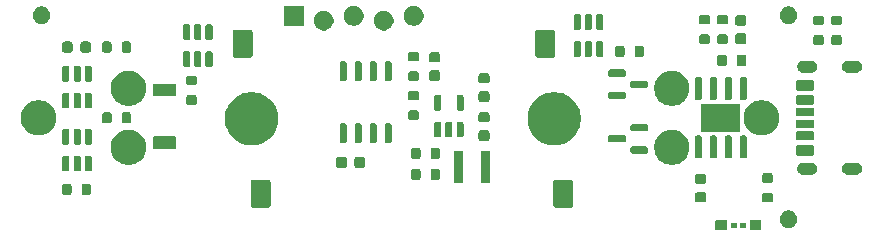
<source format=gbr>
%TF.GenerationSoftware,KiCad,Pcbnew,9.0.6*%
%TF.CreationDate,2026-01-18T22:32:41-05:00*%
%TF.ProjectId,Photon,50686f74-6f6e-42e6-9b69-6361645f7063,1.3*%
%TF.SameCoordinates,Original*%
%TF.FileFunction,Soldermask,Top*%
%TF.FilePolarity,Negative*%
%FSLAX46Y46*%
G04 Gerber Fmt 4.6, Leading zero omitted, Abs format (unit mm)*
G04 Created by KiCad (PCBNEW 9.0.6) date 2026-01-18 22:32:41*
%MOMM*%
%LPD*%
G01*
G04 APERTURE LIST*
G04 APERTURE END LIST*
G36*
X126837176Y-67053699D02*
G01*
X126865725Y-67072775D01*
X126884801Y-67101324D01*
X126891500Y-67135000D01*
X126891500Y-67839000D01*
X126884801Y-67872676D01*
X126865725Y-67901225D01*
X126837176Y-67920301D01*
X126803500Y-67927000D01*
X125979500Y-67927000D01*
X125945824Y-67920301D01*
X125917275Y-67901225D01*
X125898199Y-67872676D01*
X125891500Y-67839000D01*
X125891500Y-67135000D01*
X125898199Y-67101324D01*
X125917275Y-67072775D01*
X125945824Y-67053699D01*
X125979500Y-67047000D01*
X126803500Y-67047000D01*
X126837176Y-67053699D01*
G37*
G36*
X129737176Y-67053699D02*
G01*
X129765725Y-67072775D01*
X129784801Y-67101324D01*
X129791500Y-67135000D01*
X129791500Y-67839000D01*
X129784801Y-67872676D01*
X129765725Y-67901225D01*
X129737176Y-67920301D01*
X129703500Y-67927000D01*
X128879500Y-67927000D01*
X128845824Y-67920301D01*
X128817275Y-67901225D01*
X128798199Y-67872676D01*
X128791500Y-67839000D01*
X128791500Y-67135000D01*
X128798199Y-67101324D01*
X128817275Y-67072775D01*
X128845824Y-67053699D01*
X128879500Y-67047000D01*
X129703500Y-67047000D01*
X129737176Y-67053699D01*
G37*
G36*
X132314714Y-66261295D02*
G01*
X132450548Y-66317559D01*
X132572795Y-66399242D01*
X132676758Y-66503205D01*
X132758441Y-66625452D01*
X132814705Y-66761286D01*
X132843389Y-66905487D01*
X132843389Y-67052513D01*
X132814705Y-67196714D01*
X132758441Y-67332548D01*
X132676758Y-67454795D01*
X132572795Y-67558758D01*
X132450548Y-67640441D01*
X132314714Y-67696705D01*
X132170513Y-67725389D01*
X132023487Y-67725389D01*
X131879286Y-67696705D01*
X131743452Y-67640441D01*
X131621205Y-67558758D01*
X131517242Y-67454795D01*
X131435559Y-67332548D01*
X131379295Y-67196714D01*
X131350611Y-67052513D01*
X131350611Y-66905487D01*
X131379295Y-66761286D01*
X131435559Y-66625452D01*
X131517242Y-66503205D01*
X131621205Y-66399242D01*
X131743452Y-66317559D01*
X131879286Y-66261295D01*
X132023487Y-66232611D01*
X132170513Y-66232611D01*
X132314714Y-66261295D01*
G37*
G36*
X127684338Y-67270349D02*
G01*
X127698613Y-67279887D01*
X127708151Y-67294162D01*
X127711500Y-67311000D01*
X127711500Y-67663000D01*
X127708151Y-67679838D01*
X127698613Y-67694113D01*
X127684338Y-67703651D01*
X127667500Y-67707000D01*
X127225500Y-67707000D01*
X127208662Y-67703651D01*
X127194387Y-67694113D01*
X127184849Y-67679838D01*
X127181500Y-67663000D01*
X127181500Y-67311000D01*
X127184849Y-67294162D01*
X127194387Y-67279887D01*
X127208662Y-67270349D01*
X127225500Y-67267000D01*
X127667500Y-67267000D01*
X127684338Y-67270349D01*
G37*
G36*
X128464338Y-67270349D02*
G01*
X128478613Y-67279887D01*
X128488151Y-67294162D01*
X128491500Y-67311000D01*
X128491500Y-67663000D01*
X128488151Y-67679838D01*
X128478613Y-67694113D01*
X128464338Y-67703651D01*
X128447500Y-67707000D01*
X128005500Y-67707000D01*
X127988662Y-67703651D01*
X127974387Y-67694113D01*
X127964849Y-67679838D01*
X127961500Y-67663000D01*
X127961500Y-67311000D01*
X127964849Y-67294162D01*
X127974387Y-67279887D01*
X127988662Y-67270349D01*
X128005500Y-67267000D01*
X128447500Y-67267000D01*
X128464338Y-67270349D01*
G37*
G36*
X87992046Y-63620804D02*
G01*
X88044553Y-63626896D01*
X88062494Y-63634818D01*
X88085584Y-63639411D01*
X88110304Y-63655928D01*
X88131619Y-63665340D01*
X88146176Y-63679897D01*
X88168312Y-63694688D01*
X88183102Y-63716823D01*
X88197659Y-63731380D01*
X88207069Y-63752693D01*
X88223589Y-63777416D01*
X88228182Y-63800507D01*
X88236103Y-63818446D01*
X88242192Y-63870942D01*
X88243000Y-63875000D01*
X88243000Y-65765000D01*
X88242192Y-65769058D01*
X88236103Y-65821553D01*
X88228182Y-65839490D01*
X88223589Y-65862584D01*
X88207068Y-65887308D01*
X88197659Y-65908619D01*
X88183104Y-65923173D01*
X88168312Y-65945312D01*
X88146173Y-65960104D01*
X88131619Y-65974659D01*
X88110308Y-65984068D01*
X88085584Y-66000589D01*
X88062490Y-66005182D01*
X88044553Y-66013103D01*
X87992058Y-66019192D01*
X87988000Y-66020000D01*
X86798000Y-66020000D01*
X86793942Y-66019192D01*
X86741446Y-66013103D01*
X86723507Y-66005182D01*
X86700416Y-66000589D01*
X86675693Y-65984069D01*
X86654380Y-65974659D01*
X86639823Y-65960102D01*
X86617688Y-65945312D01*
X86602897Y-65923176D01*
X86588340Y-65908619D01*
X86578928Y-65887304D01*
X86562411Y-65862584D01*
X86557818Y-65839494D01*
X86549896Y-65821553D01*
X86543804Y-65769046D01*
X86543000Y-65765000D01*
X86543000Y-63875000D01*
X86543804Y-63870954D01*
X86549896Y-63818446D01*
X86557818Y-63800503D01*
X86562411Y-63777416D01*
X86578927Y-63752697D01*
X86588340Y-63731380D01*
X86602899Y-63716820D01*
X86617688Y-63694688D01*
X86639820Y-63679899D01*
X86654380Y-63665340D01*
X86675697Y-63655927D01*
X86700416Y-63639411D01*
X86723503Y-63634818D01*
X86741446Y-63626896D01*
X86793954Y-63620804D01*
X86798000Y-63620000D01*
X87988000Y-63620000D01*
X87992046Y-63620804D01*
G37*
G36*
X113619046Y-63620804D02*
G01*
X113671553Y-63626896D01*
X113689494Y-63634818D01*
X113712584Y-63639411D01*
X113737304Y-63655928D01*
X113758619Y-63665340D01*
X113773176Y-63679897D01*
X113795312Y-63694688D01*
X113810102Y-63716823D01*
X113824659Y-63731380D01*
X113834069Y-63752693D01*
X113850589Y-63777416D01*
X113855182Y-63800507D01*
X113863103Y-63818446D01*
X113869192Y-63870942D01*
X113870000Y-63875000D01*
X113870000Y-65765000D01*
X113869192Y-65769058D01*
X113863103Y-65821553D01*
X113855182Y-65839490D01*
X113850589Y-65862584D01*
X113834068Y-65887308D01*
X113824659Y-65908619D01*
X113810104Y-65923173D01*
X113795312Y-65945312D01*
X113773173Y-65960104D01*
X113758619Y-65974659D01*
X113737308Y-65984068D01*
X113712584Y-66000589D01*
X113689490Y-66005182D01*
X113671553Y-66013103D01*
X113619058Y-66019192D01*
X113615000Y-66020000D01*
X112425000Y-66020000D01*
X112420942Y-66019192D01*
X112368446Y-66013103D01*
X112350507Y-66005182D01*
X112327416Y-66000589D01*
X112302693Y-65984069D01*
X112281380Y-65974659D01*
X112266823Y-65960102D01*
X112244688Y-65945312D01*
X112229897Y-65923176D01*
X112215340Y-65908619D01*
X112205928Y-65887304D01*
X112189411Y-65862584D01*
X112184818Y-65839494D01*
X112176896Y-65821553D01*
X112170804Y-65769046D01*
X112170000Y-65765000D01*
X112170000Y-63875000D01*
X112170804Y-63870954D01*
X112176896Y-63818446D01*
X112184818Y-63800503D01*
X112189411Y-63777416D01*
X112205927Y-63752697D01*
X112215340Y-63731380D01*
X112229899Y-63716820D01*
X112244688Y-63694688D01*
X112266820Y-63679899D01*
X112281380Y-63665340D01*
X112302697Y-63655927D01*
X112327416Y-63639411D01*
X112350503Y-63634818D01*
X112368446Y-63626896D01*
X112420954Y-63620804D01*
X112425000Y-63620000D01*
X113615000Y-63620000D01*
X113619046Y-63620804D01*
G37*
G36*
X124981504Y-64679527D02*
G01*
X125054499Y-64728301D01*
X125103273Y-64801296D01*
X125120400Y-64887400D01*
X125120400Y-65337400D01*
X125103273Y-65423504D01*
X125054499Y-65496499D01*
X124981504Y-65545273D01*
X124895400Y-65562400D01*
X124395400Y-65562400D01*
X124309296Y-65545273D01*
X124236301Y-65496499D01*
X124187527Y-65423504D01*
X124170400Y-65337400D01*
X124170400Y-64887400D01*
X124187527Y-64801296D01*
X124236301Y-64728301D01*
X124309296Y-64679527D01*
X124395400Y-64662400D01*
X124895400Y-64662400D01*
X124981504Y-64679527D01*
G37*
G36*
X130670537Y-64757624D02*
G01*
X130735421Y-64800979D01*
X130778776Y-64865863D01*
X130794000Y-64942400D01*
X130794000Y-65342400D01*
X130778776Y-65418937D01*
X130735421Y-65483821D01*
X130670537Y-65527176D01*
X130594000Y-65542400D01*
X130044000Y-65542400D01*
X129967463Y-65527176D01*
X129902579Y-65483821D01*
X129859224Y-65418937D01*
X129844000Y-65342400D01*
X129844000Y-64942400D01*
X129859224Y-64865863D01*
X129902579Y-64800979D01*
X129967463Y-64757624D01*
X130044000Y-64742400D01*
X130594000Y-64742400D01*
X130670537Y-64757624D01*
G37*
G36*
X71261737Y-63979224D02*
G01*
X71326621Y-64022579D01*
X71369976Y-64087463D01*
X71385200Y-64164000D01*
X71385200Y-64714000D01*
X71369976Y-64790537D01*
X71326621Y-64855421D01*
X71261737Y-64898776D01*
X71185200Y-64914000D01*
X70785200Y-64914000D01*
X70708663Y-64898776D01*
X70643779Y-64855421D01*
X70600424Y-64790537D01*
X70585200Y-64714000D01*
X70585200Y-64164000D01*
X70600424Y-64087463D01*
X70643779Y-64022579D01*
X70708663Y-63979224D01*
X70785200Y-63964000D01*
X71185200Y-63964000D01*
X71261737Y-63979224D01*
G37*
G36*
X72911737Y-63979224D02*
G01*
X72976621Y-64022579D01*
X73019976Y-64087463D01*
X73035200Y-64164000D01*
X73035200Y-64714000D01*
X73019976Y-64790537D01*
X72976621Y-64855421D01*
X72911737Y-64898776D01*
X72835200Y-64914000D01*
X72435200Y-64914000D01*
X72358663Y-64898776D01*
X72293779Y-64855421D01*
X72250424Y-64790537D01*
X72235200Y-64714000D01*
X72235200Y-64164000D01*
X72250424Y-64087463D01*
X72293779Y-64022579D01*
X72358663Y-63979224D01*
X72435200Y-63964000D01*
X72835200Y-63964000D01*
X72911737Y-63979224D01*
G37*
G36*
X124981504Y-63129527D02*
G01*
X125054499Y-63178301D01*
X125103273Y-63251296D01*
X125120400Y-63337400D01*
X125120400Y-63787400D01*
X125103273Y-63873504D01*
X125054499Y-63946499D01*
X124981504Y-63995273D01*
X124895400Y-64012400D01*
X124395400Y-64012400D01*
X124309296Y-63995273D01*
X124236301Y-63946499D01*
X124187527Y-63873504D01*
X124170400Y-63787400D01*
X124170400Y-63337400D01*
X124187527Y-63251296D01*
X124236301Y-63178301D01*
X124309296Y-63129527D01*
X124395400Y-63112400D01*
X124895400Y-63112400D01*
X124981504Y-63129527D01*
G37*
G36*
X104457522Y-61208520D02*
G01*
X104496453Y-61234533D01*
X104522466Y-61273464D01*
X104531600Y-61319386D01*
X104531600Y-63779386D01*
X104522466Y-63825308D01*
X104496453Y-63864239D01*
X104457522Y-63890252D01*
X104411600Y-63899386D01*
X103851600Y-63899386D01*
X103805678Y-63890252D01*
X103766747Y-63864239D01*
X103740734Y-63825308D01*
X103731600Y-63779386D01*
X103731600Y-61319386D01*
X103740734Y-61273464D01*
X103766747Y-61234533D01*
X103805678Y-61208520D01*
X103851600Y-61199386D01*
X104411600Y-61199386D01*
X104457522Y-61208520D01*
G37*
G36*
X106768922Y-61208520D02*
G01*
X106807853Y-61234533D01*
X106833866Y-61273464D01*
X106843000Y-61319386D01*
X106843000Y-63779386D01*
X106833866Y-63825308D01*
X106807853Y-63864239D01*
X106768922Y-63890252D01*
X106723000Y-63899386D01*
X106163000Y-63899386D01*
X106117078Y-63890252D01*
X106078147Y-63864239D01*
X106052134Y-63825308D01*
X106043000Y-63779386D01*
X106043000Y-61319386D01*
X106052134Y-61273464D01*
X106078147Y-61234533D01*
X106117078Y-61208520D01*
X106163000Y-61199386D01*
X106723000Y-61199386D01*
X106768922Y-61208520D01*
G37*
G36*
X130670537Y-63107624D02*
G01*
X130735421Y-63150979D01*
X130778776Y-63215863D01*
X130794000Y-63292400D01*
X130794000Y-63692400D01*
X130778776Y-63768937D01*
X130735421Y-63833821D01*
X130670537Y-63877176D01*
X130594000Y-63892400D01*
X130044000Y-63892400D01*
X129967463Y-63877176D01*
X129902579Y-63833821D01*
X129859224Y-63768937D01*
X129844000Y-63692400D01*
X129844000Y-63292400D01*
X129859224Y-63215863D01*
X129902579Y-63150979D01*
X129967463Y-63107624D01*
X130044000Y-63092400D01*
X130594000Y-63092400D01*
X130670537Y-63107624D01*
G37*
G36*
X100814537Y-62709224D02*
G01*
X100879421Y-62752579D01*
X100922776Y-62817463D01*
X100938000Y-62894000D01*
X100938000Y-63444000D01*
X100922776Y-63520537D01*
X100879421Y-63585421D01*
X100814537Y-63628776D01*
X100738000Y-63644000D01*
X100338000Y-63644000D01*
X100261463Y-63628776D01*
X100196579Y-63585421D01*
X100153224Y-63520537D01*
X100138000Y-63444000D01*
X100138000Y-62894000D01*
X100153224Y-62817463D01*
X100196579Y-62752579D01*
X100261463Y-62709224D01*
X100338000Y-62694000D01*
X100738000Y-62694000D01*
X100814537Y-62709224D01*
G37*
G36*
X102464537Y-62709224D02*
G01*
X102529421Y-62752579D01*
X102572776Y-62817463D01*
X102588000Y-62894000D01*
X102588000Y-63444000D01*
X102572776Y-63520537D01*
X102529421Y-63585421D01*
X102464537Y-63628776D01*
X102388000Y-63644000D01*
X101988000Y-63644000D01*
X101911463Y-63628776D01*
X101846579Y-63585421D01*
X101803224Y-63520537D01*
X101788000Y-63444000D01*
X101788000Y-62894000D01*
X101803224Y-62817463D01*
X101846579Y-62752579D01*
X101911463Y-62709224D01*
X101988000Y-62694000D01*
X102388000Y-62694000D01*
X102464537Y-62709224D01*
G37*
G36*
X134084263Y-62214078D02*
G01*
X134210342Y-62247860D01*
X134323381Y-62313123D01*
X134415677Y-62405419D01*
X134480940Y-62518458D01*
X134514722Y-62644537D01*
X134514722Y-62775063D01*
X134480940Y-62901142D01*
X134415677Y-63014181D01*
X134323381Y-63106477D01*
X134210342Y-63171740D01*
X134084263Y-63205522D01*
X134019000Y-63209800D01*
X134017363Y-63209800D01*
X133320637Y-63209800D01*
X133319000Y-63209800D01*
X133253737Y-63205522D01*
X133127658Y-63171740D01*
X133014619Y-63106477D01*
X132922323Y-63014181D01*
X132857060Y-62901142D01*
X132823278Y-62775063D01*
X132823278Y-62644537D01*
X132857060Y-62518458D01*
X132922323Y-62405419D01*
X133014619Y-62313123D01*
X133127658Y-62247860D01*
X133253737Y-62214078D01*
X133319000Y-62209800D01*
X134019000Y-62209800D01*
X134084263Y-62214078D01*
G37*
G36*
X137884263Y-62214078D02*
G01*
X138010342Y-62247860D01*
X138123381Y-62313123D01*
X138215677Y-62405419D01*
X138280940Y-62518458D01*
X138314722Y-62644537D01*
X138314722Y-62775063D01*
X138280940Y-62901142D01*
X138215677Y-63014181D01*
X138123381Y-63106477D01*
X138010342Y-63171740D01*
X137884263Y-63205522D01*
X137819000Y-63209800D01*
X137817363Y-63209800D01*
X137120637Y-63209800D01*
X137119000Y-63209800D01*
X137053737Y-63205522D01*
X136927658Y-63171740D01*
X136814619Y-63106477D01*
X136722323Y-63014181D01*
X136657060Y-62901142D01*
X136623278Y-62775063D01*
X136623278Y-62644537D01*
X136657060Y-62518458D01*
X136722323Y-62405419D01*
X136814619Y-62313123D01*
X136927658Y-62247860D01*
X137053737Y-62214078D01*
X137119000Y-62209800D01*
X137819000Y-62209800D01*
X137884263Y-62214078D01*
G37*
G36*
X71118403Y-61623418D02*
G01*
X71167066Y-61655934D01*
X71199582Y-61704597D01*
X71211000Y-61762000D01*
X71211000Y-62787000D01*
X71199582Y-62844403D01*
X71167066Y-62893066D01*
X71118403Y-62925582D01*
X71061000Y-62937000D01*
X70761000Y-62937000D01*
X70703597Y-62925582D01*
X70654934Y-62893066D01*
X70622418Y-62844403D01*
X70611000Y-62787000D01*
X70611000Y-61762000D01*
X70622418Y-61704597D01*
X70654934Y-61655934D01*
X70703597Y-61623418D01*
X70761000Y-61612000D01*
X71061000Y-61612000D01*
X71118403Y-61623418D01*
G37*
G36*
X72068403Y-61623418D02*
G01*
X72117066Y-61655934D01*
X72149582Y-61704597D01*
X72161000Y-61762000D01*
X72161000Y-62787000D01*
X72149582Y-62844403D01*
X72117066Y-62893066D01*
X72068403Y-62925582D01*
X72011000Y-62937000D01*
X71711000Y-62937000D01*
X71653597Y-62925582D01*
X71604934Y-62893066D01*
X71572418Y-62844403D01*
X71561000Y-62787000D01*
X71561000Y-61762000D01*
X71572418Y-61704597D01*
X71604934Y-61655934D01*
X71653597Y-61623418D01*
X71711000Y-61612000D01*
X72011000Y-61612000D01*
X72068403Y-61623418D01*
G37*
G36*
X73018403Y-61623418D02*
G01*
X73067066Y-61655934D01*
X73099582Y-61704597D01*
X73111000Y-61762000D01*
X73111000Y-62787000D01*
X73099582Y-62844403D01*
X73067066Y-62893066D01*
X73018403Y-62925582D01*
X72961000Y-62937000D01*
X72661000Y-62937000D01*
X72603597Y-62925582D01*
X72554934Y-62893066D01*
X72522418Y-62844403D01*
X72511000Y-62787000D01*
X72511000Y-61762000D01*
X72522418Y-61704597D01*
X72554934Y-61655934D01*
X72603597Y-61623418D01*
X72661000Y-61612000D01*
X72961000Y-61612000D01*
X73018403Y-61623418D01*
G37*
G36*
X94549104Y-61695127D02*
G01*
X94622099Y-61743901D01*
X94670873Y-61816896D01*
X94688000Y-61903000D01*
X94688000Y-62403000D01*
X94670873Y-62489104D01*
X94622099Y-62562099D01*
X94549104Y-62610873D01*
X94463000Y-62628000D01*
X94013000Y-62628000D01*
X93926896Y-62610873D01*
X93853901Y-62562099D01*
X93805127Y-62489104D01*
X93788000Y-62403000D01*
X93788000Y-61903000D01*
X93805127Y-61816896D01*
X93853901Y-61743901D01*
X93926896Y-61695127D01*
X94013000Y-61678000D01*
X94463000Y-61678000D01*
X94549104Y-61695127D01*
G37*
G36*
X96099104Y-61695127D02*
G01*
X96172099Y-61743901D01*
X96220873Y-61816896D01*
X96238000Y-61903000D01*
X96238000Y-62403000D01*
X96220873Y-62489104D01*
X96172099Y-62562099D01*
X96099104Y-62610873D01*
X96013000Y-62628000D01*
X95563000Y-62628000D01*
X95476896Y-62610873D01*
X95403901Y-62562099D01*
X95355127Y-62489104D01*
X95338000Y-62403000D01*
X95338000Y-61903000D01*
X95355127Y-61816896D01*
X95403901Y-61743901D01*
X95476896Y-61695127D01*
X95563000Y-61678000D01*
X96013000Y-61678000D01*
X96099104Y-61695127D01*
G37*
G36*
X76557168Y-59431245D02*
G01*
X76781025Y-59503981D01*
X76990748Y-59610840D01*
X77181172Y-59749191D01*
X77347609Y-59915628D01*
X77485960Y-60106052D01*
X77592819Y-60315775D01*
X77665555Y-60539632D01*
X77702376Y-60772111D01*
X77702376Y-61007489D01*
X77665555Y-61239968D01*
X77592819Y-61463825D01*
X77485960Y-61673548D01*
X77347609Y-61863972D01*
X77181172Y-62030409D01*
X76990748Y-62168760D01*
X76781025Y-62275619D01*
X76557168Y-62348355D01*
X76324689Y-62385176D01*
X76089311Y-62385176D01*
X75856832Y-62348355D01*
X75632975Y-62275619D01*
X75423252Y-62168760D01*
X75232828Y-62030409D01*
X75066391Y-61863972D01*
X74928040Y-61673548D01*
X74821181Y-61463825D01*
X74748445Y-61239968D01*
X74711624Y-61007489D01*
X74711624Y-60772111D01*
X74748445Y-60539632D01*
X74821181Y-60315775D01*
X74928040Y-60106052D01*
X75066391Y-59915628D01*
X75232828Y-59749191D01*
X75423252Y-59610840D01*
X75632975Y-59503981D01*
X75856832Y-59431245D01*
X76089311Y-59394424D01*
X76324689Y-59394424D01*
X76557168Y-59431245D01*
G37*
G36*
X122557168Y-59431245D02*
G01*
X122781025Y-59503981D01*
X122990748Y-59610840D01*
X123181172Y-59749191D01*
X123347609Y-59915628D01*
X123485960Y-60106052D01*
X123592819Y-60315775D01*
X123665555Y-60539632D01*
X123702376Y-60772111D01*
X123702376Y-61007489D01*
X123665555Y-61239968D01*
X123592819Y-61463825D01*
X123485960Y-61673548D01*
X123347609Y-61863972D01*
X123181172Y-62030409D01*
X122990748Y-62168760D01*
X122781025Y-62275619D01*
X122557168Y-62348355D01*
X122324689Y-62385176D01*
X122089311Y-62385176D01*
X121856832Y-62348355D01*
X121632975Y-62275619D01*
X121423252Y-62168760D01*
X121232828Y-62030409D01*
X121066391Y-61863972D01*
X120928040Y-61673548D01*
X120821181Y-61463825D01*
X120748445Y-61239968D01*
X120711624Y-61007489D01*
X120711624Y-60772111D01*
X120748445Y-60539632D01*
X120821181Y-60315775D01*
X120928040Y-60106052D01*
X121066391Y-59915628D01*
X121232828Y-59749191D01*
X121423252Y-59610840D01*
X121632975Y-59503981D01*
X121856832Y-59431245D01*
X122089311Y-59394424D01*
X122324689Y-59394424D01*
X122557168Y-59431245D01*
G37*
G36*
X100814537Y-60931224D02*
G01*
X100879421Y-60974579D01*
X100922776Y-61039463D01*
X100938000Y-61116000D01*
X100938000Y-61666000D01*
X100922776Y-61742537D01*
X100879421Y-61807421D01*
X100814537Y-61850776D01*
X100738000Y-61866000D01*
X100338000Y-61866000D01*
X100261463Y-61850776D01*
X100196579Y-61807421D01*
X100153224Y-61742537D01*
X100138000Y-61666000D01*
X100138000Y-61116000D01*
X100153224Y-61039463D01*
X100196579Y-60974579D01*
X100261463Y-60931224D01*
X100338000Y-60916000D01*
X100738000Y-60916000D01*
X100814537Y-60931224D01*
G37*
G36*
X102464537Y-60931224D02*
G01*
X102529421Y-60974579D01*
X102572776Y-61039463D01*
X102588000Y-61116000D01*
X102588000Y-61666000D01*
X102572776Y-61742537D01*
X102529421Y-61807421D01*
X102464537Y-61850776D01*
X102388000Y-61866000D01*
X101988000Y-61866000D01*
X101911463Y-61850776D01*
X101846579Y-61807421D01*
X101803224Y-61742537D01*
X101788000Y-61666000D01*
X101788000Y-61116000D01*
X101803224Y-61039463D01*
X101846579Y-60974579D01*
X101911463Y-60931224D01*
X101988000Y-60916000D01*
X102388000Y-60916000D01*
X102464537Y-60931224D01*
G37*
G36*
X124663003Y-59901218D02*
G01*
X124711666Y-59933734D01*
X124744182Y-59982397D01*
X124755600Y-60039800D01*
X124755600Y-61689800D01*
X124744182Y-61747203D01*
X124711666Y-61795866D01*
X124663003Y-61828382D01*
X124605600Y-61839800D01*
X124305600Y-61839800D01*
X124248197Y-61828382D01*
X124199534Y-61795866D01*
X124167018Y-61747203D01*
X124155600Y-61689800D01*
X124155600Y-60039800D01*
X124167018Y-59982397D01*
X124199534Y-59933734D01*
X124248197Y-59901218D01*
X124305600Y-59889800D01*
X124605600Y-59889800D01*
X124663003Y-59901218D01*
G37*
G36*
X125933003Y-59901218D02*
G01*
X125981666Y-59933734D01*
X126014182Y-59982397D01*
X126025600Y-60039800D01*
X126025600Y-61689800D01*
X126014182Y-61747203D01*
X125981666Y-61795866D01*
X125933003Y-61828382D01*
X125875600Y-61839800D01*
X125575600Y-61839800D01*
X125518197Y-61828382D01*
X125469534Y-61795866D01*
X125437018Y-61747203D01*
X125425600Y-61689800D01*
X125425600Y-60039800D01*
X125437018Y-59982397D01*
X125469534Y-59933734D01*
X125518197Y-59901218D01*
X125575600Y-59889800D01*
X125875600Y-59889800D01*
X125933003Y-59901218D01*
G37*
G36*
X127203003Y-59901218D02*
G01*
X127251666Y-59933734D01*
X127284182Y-59982397D01*
X127295600Y-60039800D01*
X127295600Y-61689800D01*
X127284182Y-61747203D01*
X127251666Y-61795866D01*
X127203003Y-61828382D01*
X127145600Y-61839800D01*
X126845600Y-61839800D01*
X126788197Y-61828382D01*
X126739534Y-61795866D01*
X126707018Y-61747203D01*
X126695600Y-61689800D01*
X126695600Y-60039800D01*
X126707018Y-59982397D01*
X126739534Y-59933734D01*
X126788197Y-59901218D01*
X126845600Y-59889800D01*
X127145600Y-59889800D01*
X127203003Y-59901218D01*
G37*
G36*
X128473003Y-59901218D02*
G01*
X128521666Y-59933734D01*
X128554182Y-59982397D01*
X128565600Y-60039800D01*
X128565600Y-61689800D01*
X128554182Y-61747203D01*
X128521666Y-61795866D01*
X128473003Y-61828382D01*
X128415600Y-61839800D01*
X128115600Y-61839800D01*
X128058197Y-61828382D01*
X128009534Y-61795866D01*
X127977018Y-61747203D01*
X127965600Y-61689800D01*
X127965600Y-60039800D01*
X127977018Y-59982397D01*
X128009534Y-59933734D01*
X128058197Y-59901218D01*
X128115600Y-59889800D01*
X128415600Y-59889800D01*
X128473003Y-59901218D01*
G37*
G36*
X134150104Y-60706927D02*
G01*
X134223099Y-60755701D01*
X134271873Y-60828696D01*
X134289000Y-60914800D01*
X134289000Y-61364800D01*
X134271873Y-61450904D01*
X134223099Y-61523899D01*
X134150104Y-61572673D01*
X134064000Y-61589800D01*
X132914000Y-61589800D01*
X132827896Y-61572673D01*
X132754901Y-61523899D01*
X132706127Y-61450904D01*
X132689000Y-61364800D01*
X132689000Y-60914800D01*
X132706127Y-60828696D01*
X132754901Y-60755701D01*
X132827896Y-60706927D01*
X132914000Y-60689800D01*
X134064000Y-60689800D01*
X134150104Y-60706927D01*
G37*
G36*
X120090403Y-60833218D02*
G01*
X120139066Y-60865734D01*
X120171582Y-60914397D01*
X120183000Y-60971800D01*
X120183000Y-61271800D01*
X120171582Y-61329203D01*
X120139066Y-61377866D01*
X120090403Y-61410382D01*
X120033000Y-61421800D01*
X118858000Y-61421800D01*
X118800597Y-61410382D01*
X118751934Y-61377866D01*
X118719418Y-61329203D01*
X118708000Y-61271800D01*
X118708000Y-60971800D01*
X118719418Y-60914397D01*
X118751934Y-60865734D01*
X118800597Y-60833218D01*
X118858000Y-60821800D01*
X120033000Y-60821800D01*
X120090403Y-60833218D01*
G37*
G36*
X80200182Y-59984993D02*
G01*
X80234246Y-60007754D01*
X80257007Y-60041818D01*
X80265000Y-60082000D01*
X80265000Y-60922000D01*
X80257007Y-60962182D01*
X80234246Y-60996246D01*
X80200182Y-61019007D01*
X80160000Y-61027000D01*
X78370000Y-61027000D01*
X78329818Y-61019007D01*
X78295754Y-60996246D01*
X78272993Y-60962182D01*
X78265000Y-60922000D01*
X78265000Y-60082000D01*
X78272993Y-60041818D01*
X78295754Y-60007754D01*
X78329818Y-59984993D01*
X78370000Y-59977000D01*
X80160000Y-59977000D01*
X80200182Y-59984993D01*
G37*
G36*
X87071709Y-56254406D02*
G01*
X87357132Y-56330885D01*
X87630130Y-56443964D01*
X87886033Y-56591710D01*
X88120462Y-56771594D01*
X88329406Y-56980538D01*
X88509290Y-57214967D01*
X88657036Y-57470870D01*
X88770115Y-57743868D01*
X88846594Y-58029291D01*
X88885163Y-58322254D01*
X88885163Y-58617746D01*
X88846594Y-58910709D01*
X88770115Y-59196132D01*
X88657036Y-59469130D01*
X88509290Y-59725033D01*
X88329406Y-59959462D01*
X88120462Y-60168406D01*
X87886033Y-60348290D01*
X87630130Y-60496036D01*
X87357132Y-60609115D01*
X87071709Y-60685594D01*
X86778746Y-60724163D01*
X86483254Y-60724163D01*
X86190291Y-60685594D01*
X85904868Y-60609115D01*
X85631870Y-60496036D01*
X85375967Y-60348290D01*
X85141538Y-60168406D01*
X84932594Y-59959462D01*
X84752710Y-59725033D01*
X84604964Y-59469130D01*
X84491885Y-59196132D01*
X84415406Y-58910709D01*
X84376837Y-58617746D01*
X84376837Y-58322254D01*
X84415406Y-58029291D01*
X84491885Y-57743868D01*
X84604964Y-57470870D01*
X84752710Y-57214967D01*
X84932594Y-56980538D01*
X85141538Y-56771594D01*
X85375967Y-56591710D01*
X85631870Y-56443964D01*
X85904868Y-56330885D01*
X86190291Y-56254406D01*
X86483254Y-56215837D01*
X86778746Y-56215837D01*
X87071709Y-56254406D01*
G37*
G36*
X112698709Y-56254406D02*
G01*
X112984132Y-56330885D01*
X113257130Y-56443964D01*
X113513033Y-56591710D01*
X113747462Y-56771594D01*
X113956406Y-56980538D01*
X114136290Y-57214967D01*
X114284036Y-57470870D01*
X114397115Y-57743868D01*
X114473594Y-58029291D01*
X114512163Y-58322254D01*
X114512163Y-58617746D01*
X114473594Y-58910709D01*
X114397115Y-59196132D01*
X114284036Y-59469130D01*
X114136290Y-59725033D01*
X113956406Y-59959462D01*
X113747462Y-60168406D01*
X113513033Y-60348290D01*
X113257130Y-60496036D01*
X112984132Y-60609115D01*
X112698709Y-60685594D01*
X112405746Y-60724163D01*
X112110254Y-60724163D01*
X111817291Y-60685594D01*
X111531868Y-60609115D01*
X111258870Y-60496036D01*
X111002967Y-60348290D01*
X110768538Y-60168406D01*
X110559594Y-59959462D01*
X110379710Y-59725033D01*
X110231964Y-59469130D01*
X110118885Y-59196132D01*
X110042406Y-58910709D01*
X110003837Y-58617746D01*
X110003837Y-58322254D01*
X110042406Y-58029291D01*
X110118885Y-57743868D01*
X110231964Y-57470870D01*
X110379710Y-57214967D01*
X110559594Y-56980538D01*
X110768538Y-56771594D01*
X111002967Y-56591710D01*
X111258870Y-56443964D01*
X111531868Y-56330885D01*
X111817291Y-56254406D01*
X112110254Y-56215837D01*
X112405746Y-56215837D01*
X112698709Y-56254406D01*
G37*
G36*
X71118403Y-59348418D02*
G01*
X71167066Y-59380934D01*
X71199582Y-59429597D01*
X71211000Y-59487000D01*
X71211000Y-60512000D01*
X71199582Y-60569403D01*
X71167066Y-60618066D01*
X71118403Y-60650582D01*
X71061000Y-60662000D01*
X70761000Y-60662000D01*
X70703597Y-60650582D01*
X70654934Y-60618066D01*
X70622418Y-60569403D01*
X70611000Y-60512000D01*
X70611000Y-59487000D01*
X70622418Y-59429597D01*
X70654934Y-59380934D01*
X70703597Y-59348418D01*
X70761000Y-59337000D01*
X71061000Y-59337000D01*
X71118403Y-59348418D01*
G37*
G36*
X72068403Y-59348418D02*
G01*
X72117066Y-59380934D01*
X72149582Y-59429597D01*
X72161000Y-59487000D01*
X72161000Y-60512000D01*
X72149582Y-60569403D01*
X72117066Y-60618066D01*
X72068403Y-60650582D01*
X72011000Y-60662000D01*
X71711000Y-60662000D01*
X71653597Y-60650582D01*
X71604934Y-60618066D01*
X71572418Y-60569403D01*
X71561000Y-60512000D01*
X71561000Y-59487000D01*
X71572418Y-59429597D01*
X71604934Y-59380934D01*
X71653597Y-59348418D01*
X71711000Y-59337000D01*
X72011000Y-59337000D01*
X72068403Y-59348418D01*
G37*
G36*
X73018403Y-59348418D02*
G01*
X73067066Y-59380934D01*
X73099582Y-59429597D01*
X73111000Y-59487000D01*
X73111000Y-60512000D01*
X73099582Y-60569403D01*
X73067066Y-60618066D01*
X73018403Y-60650582D01*
X72961000Y-60662000D01*
X72661000Y-60662000D01*
X72603597Y-60650582D01*
X72554934Y-60618066D01*
X72522418Y-60569403D01*
X72511000Y-60512000D01*
X72511000Y-59487000D01*
X72522418Y-59429597D01*
X72554934Y-59380934D01*
X72603597Y-59348418D01*
X72661000Y-59337000D01*
X72961000Y-59337000D01*
X73018403Y-59348418D01*
G37*
G36*
X94585403Y-58884418D02*
G01*
X94634066Y-58916934D01*
X94666582Y-58965597D01*
X94678000Y-59023000D01*
X94678000Y-60373000D01*
X94666582Y-60430403D01*
X94634066Y-60479066D01*
X94585403Y-60511582D01*
X94528000Y-60523000D01*
X94228000Y-60523000D01*
X94170597Y-60511582D01*
X94121934Y-60479066D01*
X94089418Y-60430403D01*
X94078000Y-60373000D01*
X94078000Y-59023000D01*
X94089418Y-58965597D01*
X94121934Y-58916934D01*
X94170597Y-58884418D01*
X94228000Y-58873000D01*
X94528000Y-58873000D01*
X94585403Y-58884418D01*
G37*
G36*
X95855403Y-58884418D02*
G01*
X95904066Y-58916934D01*
X95936582Y-58965597D01*
X95948000Y-59023000D01*
X95948000Y-60373000D01*
X95936582Y-60430403D01*
X95904066Y-60479066D01*
X95855403Y-60511582D01*
X95798000Y-60523000D01*
X95498000Y-60523000D01*
X95440597Y-60511582D01*
X95391934Y-60479066D01*
X95359418Y-60430403D01*
X95348000Y-60373000D01*
X95348000Y-59023000D01*
X95359418Y-58965597D01*
X95391934Y-58916934D01*
X95440597Y-58884418D01*
X95498000Y-58873000D01*
X95798000Y-58873000D01*
X95855403Y-58884418D01*
G37*
G36*
X97125403Y-58884418D02*
G01*
X97174066Y-58916934D01*
X97206582Y-58965597D01*
X97218000Y-59023000D01*
X97218000Y-60373000D01*
X97206582Y-60430403D01*
X97174066Y-60479066D01*
X97125403Y-60511582D01*
X97068000Y-60523000D01*
X96768000Y-60523000D01*
X96710597Y-60511582D01*
X96661934Y-60479066D01*
X96629418Y-60430403D01*
X96618000Y-60373000D01*
X96618000Y-59023000D01*
X96629418Y-58965597D01*
X96661934Y-58916934D01*
X96710597Y-58884418D01*
X96768000Y-58873000D01*
X97068000Y-58873000D01*
X97125403Y-58884418D01*
G37*
G36*
X98395403Y-58884418D02*
G01*
X98444066Y-58916934D01*
X98476582Y-58965597D01*
X98488000Y-59023000D01*
X98488000Y-60373000D01*
X98476582Y-60430403D01*
X98444066Y-60479066D01*
X98395403Y-60511582D01*
X98338000Y-60523000D01*
X98038000Y-60523000D01*
X97980597Y-60511582D01*
X97931934Y-60479066D01*
X97899418Y-60430403D01*
X97888000Y-60373000D01*
X97888000Y-59023000D01*
X97899418Y-58965597D01*
X97931934Y-58916934D01*
X97980597Y-58884418D01*
X98038000Y-58873000D01*
X98338000Y-58873000D01*
X98395403Y-58884418D01*
G37*
G36*
X118215403Y-59883218D02*
G01*
X118264066Y-59915734D01*
X118296582Y-59964397D01*
X118308000Y-60021800D01*
X118308000Y-60321800D01*
X118296582Y-60379203D01*
X118264066Y-60427866D01*
X118215403Y-60460382D01*
X118158000Y-60471800D01*
X116983000Y-60471800D01*
X116925597Y-60460382D01*
X116876934Y-60427866D01*
X116844418Y-60379203D01*
X116833000Y-60321800D01*
X116833000Y-60021800D01*
X116844418Y-59964397D01*
X116876934Y-59915734D01*
X116925597Y-59883218D01*
X116983000Y-59871800D01*
X118158000Y-59871800D01*
X118215403Y-59883218D01*
G37*
G36*
X106652104Y-59460127D02*
G01*
X106725099Y-59508901D01*
X106773873Y-59581896D01*
X106791000Y-59668000D01*
X106791000Y-60118000D01*
X106773873Y-60204104D01*
X106725099Y-60277099D01*
X106652104Y-60325873D01*
X106566000Y-60343000D01*
X106066000Y-60343000D01*
X105979896Y-60325873D01*
X105906901Y-60277099D01*
X105858127Y-60204104D01*
X105841000Y-60118000D01*
X105841000Y-59668000D01*
X105858127Y-59581896D01*
X105906901Y-59508901D01*
X105979896Y-59460127D01*
X106066000Y-59443000D01*
X106566000Y-59443000D01*
X106652104Y-59460127D01*
G37*
G36*
X134165537Y-59525024D02*
G01*
X134230421Y-59568379D01*
X134273776Y-59633263D01*
X134289000Y-59709800D01*
X134289000Y-60109800D01*
X134273776Y-60186337D01*
X134230421Y-60251221D01*
X134165537Y-60294576D01*
X134089000Y-60309800D01*
X132889000Y-60309800D01*
X132812463Y-60294576D01*
X132747579Y-60251221D01*
X132704224Y-60186337D01*
X132689000Y-60109800D01*
X132689000Y-59709800D01*
X132704224Y-59633263D01*
X132747579Y-59568379D01*
X132812463Y-59525024D01*
X132889000Y-59509800D01*
X134089000Y-59509800D01*
X134165537Y-59525024D01*
G37*
G36*
X102591403Y-58749418D02*
G01*
X102640066Y-58781934D01*
X102672582Y-58830597D01*
X102684000Y-58888000D01*
X102684000Y-59913000D01*
X102672582Y-59970403D01*
X102640066Y-60019066D01*
X102591403Y-60051582D01*
X102534000Y-60063000D01*
X102234000Y-60063000D01*
X102176597Y-60051582D01*
X102127934Y-60019066D01*
X102095418Y-59970403D01*
X102084000Y-59913000D01*
X102084000Y-58888000D01*
X102095418Y-58830597D01*
X102127934Y-58781934D01*
X102176597Y-58749418D01*
X102234000Y-58738000D01*
X102534000Y-58738000D01*
X102591403Y-58749418D01*
G37*
G36*
X103541403Y-58749418D02*
G01*
X103590066Y-58781934D01*
X103622582Y-58830597D01*
X103634000Y-58888000D01*
X103634000Y-59913000D01*
X103622582Y-59970403D01*
X103590066Y-60019066D01*
X103541403Y-60051582D01*
X103484000Y-60063000D01*
X103184000Y-60063000D01*
X103126597Y-60051582D01*
X103077934Y-60019066D01*
X103045418Y-59970403D01*
X103034000Y-59913000D01*
X103034000Y-58888000D01*
X103045418Y-58830597D01*
X103077934Y-58781934D01*
X103126597Y-58749418D01*
X103184000Y-58738000D01*
X103484000Y-58738000D01*
X103541403Y-58749418D01*
G37*
G36*
X104491403Y-58749418D02*
G01*
X104540066Y-58781934D01*
X104572582Y-58830597D01*
X104584000Y-58888000D01*
X104584000Y-59913000D01*
X104572582Y-59970403D01*
X104540066Y-60019066D01*
X104491403Y-60051582D01*
X104434000Y-60063000D01*
X104134000Y-60063000D01*
X104076597Y-60051582D01*
X104027934Y-60019066D01*
X103995418Y-59970403D01*
X103984000Y-59913000D01*
X103984000Y-58888000D01*
X103995418Y-58830597D01*
X104027934Y-58781934D01*
X104076597Y-58749418D01*
X104134000Y-58738000D01*
X104434000Y-58738000D01*
X104491403Y-58749418D01*
G37*
G36*
X68957168Y-56931245D02*
G01*
X69181025Y-57003981D01*
X69390748Y-57110840D01*
X69581172Y-57249191D01*
X69747609Y-57415628D01*
X69885960Y-57606052D01*
X69992819Y-57815775D01*
X70065555Y-58039632D01*
X70102376Y-58272111D01*
X70102376Y-58507489D01*
X70065555Y-58739968D01*
X69992819Y-58963825D01*
X69885960Y-59173548D01*
X69747609Y-59363972D01*
X69581172Y-59530409D01*
X69390748Y-59668760D01*
X69181025Y-59775619D01*
X68957168Y-59848355D01*
X68724689Y-59885176D01*
X68489311Y-59885176D01*
X68256832Y-59848355D01*
X68032975Y-59775619D01*
X67823252Y-59668760D01*
X67632828Y-59530409D01*
X67466391Y-59363972D01*
X67328040Y-59173548D01*
X67221181Y-58963825D01*
X67148445Y-58739968D01*
X67111624Y-58507489D01*
X67111624Y-58272111D01*
X67148445Y-58039632D01*
X67221181Y-57815775D01*
X67328040Y-57606052D01*
X67466391Y-57415628D01*
X67632828Y-57249191D01*
X67823252Y-57110840D01*
X68032975Y-57003981D01*
X68256832Y-56931245D01*
X68489311Y-56894424D01*
X68724689Y-56894424D01*
X68957168Y-56931245D01*
G37*
G36*
X130157168Y-56931245D02*
G01*
X130381025Y-57003981D01*
X130590748Y-57110840D01*
X130781172Y-57249191D01*
X130947609Y-57415628D01*
X131085960Y-57606052D01*
X131192819Y-57815775D01*
X131265555Y-58039632D01*
X131302376Y-58272111D01*
X131302376Y-58507489D01*
X131265555Y-58739968D01*
X131192819Y-58963825D01*
X131085960Y-59173548D01*
X130947609Y-59363972D01*
X130781172Y-59530409D01*
X130590748Y-59668760D01*
X130381025Y-59775619D01*
X130157168Y-59848355D01*
X129924689Y-59885176D01*
X129689311Y-59885176D01*
X129456832Y-59848355D01*
X129232975Y-59775619D01*
X129023252Y-59668760D01*
X128832828Y-59530409D01*
X128666391Y-59363972D01*
X128528040Y-59173548D01*
X128421181Y-58963825D01*
X128348445Y-58739968D01*
X128311624Y-58507489D01*
X128311624Y-58272111D01*
X128348445Y-58039632D01*
X128421181Y-57815775D01*
X128528040Y-57606052D01*
X128666391Y-57415628D01*
X128832828Y-57249191D01*
X129023252Y-57110840D01*
X129232975Y-57003981D01*
X129456832Y-56931245D01*
X129689311Y-56894424D01*
X129924689Y-56894424D01*
X130157168Y-56931245D01*
G37*
G36*
X128010600Y-59594800D02*
G01*
X124710600Y-59594800D01*
X124710600Y-57184800D01*
X128010600Y-57184800D01*
X128010600Y-59594800D01*
G37*
G36*
X120090403Y-58933218D02*
G01*
X120139066Y-58965734D01*
X120171582Y-59014397D01*
X120183000Y-59071800D01*
X120183000Y-59371800D01*
X120171582Y-59429203D01*
X120139066Y-59477866D01*
X120090403Y-59510382D01*
X120033000Y-59521800D01*
X118858000Y-59521800D01*
X118800597Y-59510382D01*
X118751934Y-59477866D01*
X118719418Y-59429203D01*
X118708000Y-59371800D01*
X118708000Y-59071800D01*
X118719418Y-59014397D01*
X118751934Y-58965734D01*
X118800597Y-58933218D01*
X118858000Y-58921800D01*
X120033000Y-58921800D01*
X120090403Y-58933218D01*
G37*
G36*
X134180970Y-58553121D02*
G01*
X134237744Y-58591056D01*
X134275679Y-58647830D01*
X134289000Y-58714800D01*
X134289000Y-59064800D01*
X134275679Y-59131770D01*
X134237744Y-59188544D01*
X134180970Y-59226479D01*
X134114000Y-59239800D01*
X132864000Y-59239800D01*
X132797030Y-59226479D01*
X132740256Y-59188544D01*
X132702321Y-59131770D01*
X132689000Y-59064800D01*
X132689000Y-58714800D01*
X132702321Y-58647830D01*
X132740256Y-58591056D01*
X132797030Y-58553121D01*
X132864000Y-58539800D01*
X134114000Y-58539800D01*
X134180970Y-58553121D01*
G37*
G36*
X74652537Y-57930024D02*
G01*
X74717421Y-57973379D01*
X74760776Y-58038263D01*
X74776000Y-58114800D01*
X74776000Y-58664800D01*
X74760776Y-58741337D01*
X74717421Y-58806221D01*
X74652537Y-58849576D01*
X74576000Y-58864800D01*
X74176000Y-58864800D01*
X74099463Y-58849576D01*
X74034579Y-58806221D01*
X73991224Y-58741337D01*
X73976000Y-58664800D01*
X73976000Y-58114800D01*
X73991224Y-58038263D01*
X74034579Y-57973379D01*
X74099463Y-57930024D01*
X74176000Y-57914800D01*
X74576000Y-57914800D01*
X74652537Y-57930024D01*
G37*
G36*
X76302537Y-57930024D02*
G01*
X76367421Y-57973379D01*
X76410776Y-58038263D01*
X76426000Y-58114800D01*
X76426000Y-58664800D01*
X76410776Y-58741337D01*
X76367421Y-58806221D01*
X76302537Y-58849576D01*
X76226000Y-58864800D01*
X75826000Y-58864800D01*
X75749463Y-58849576D01*
X75684579Y-58806221D01*
X75641224Y-58741337D01*
X75626000Y-58664800D01*
X75626000Y-58114800D01*
X75641224Y-58038263D01*
X75684579Y-57973379D01*
X75749463Y-57930024D01*
X75826000Y-57914800D01*
X76226000Y-57914800D01*
X76302537Y-57930024D01*
G37*
G36*
X106652104Y-57910127D02*
G01*
X106725099Y-57958901D01*
X106773873Y-58031896D01*
X106791000Y-58118000D01*
X106791000Y-58568000D01*
X106773873Y-58654104D01*
X106725099Y-58727099D01*
X106652104Y-58775873D01*
X106566000Y-58793000D01*
X106066000Y-58793000D01*
X105979896Y-58775873D01*
X105906901Y-58727099D01*
X105858127Y-58654104D01*
X105841000Y-58568000D01*
X105841000Y-58118000D01*
X105858127Y-58031896D01*
X105906901Y-57958901D01*
X105979896Y-57910127D01*
X106066000Y-57893000D01*
X106566000Y-57893000D01*
X106652104Y-57910127D01*
G37*
G36*
X100698537Y-57780224D02*
G01*
X100763421Y-57823579D01*
X100806776Y-57888463D01*
X100822000Y-57965000D01*
X100822000Y-58365000D01*
X100806776Y-58441537D01*
X100763421Y-58506421D01*
X100698537Y-58549776D01*
X100622000Y-58565000D01*
X100072000Y-58565000D01*
X99995463Y-58549776D01*
X99930579Y-58506421D01*
X99887224Y-58441537D01*
X99872000Y-58365000D01*
X99872000Y-57965000D01*
X99887224Y-57888463D01*
X99930579Y-57823579D01*
X99995463Y-57780224D01*
X100072000Y-57765000D01*
X100622000Y-57765000D01*
X100698537Y-57780224D01*
G37*
G36*
X134180970Y-57553121D02*
G01*
X134237744Y-57591056D01*
X134275679Y-57647830D01*
X134289000Y-57714800D01*
X134289000Y-58064800D01*
X134275679Y-58131770D01*
X134237744Y-58188544D01*
X134180970Y-58226479D01*
X134114000Y-58239800D01*
X132864000Y-58239800D01*
X132797030Y-58226479D01*
X132740256Y-58188544D01*
X132702321Y-58131770D01*
X132689000Y-58064800D01*
X132689000Y-57714800D01*
X132702321Y-57647830D01*
X132740256Y-57591056D01*
X132797030Y-57553121D01*
X132864000Y-57539800D01*
X134114000Y-57539800D01*
X134180970Y-57553121D01*
G37*
G36*
X102591403Y-56474418D02*
G01*
X102640066Y-56506934D01*
X102672582Y-56555597D01*
X102684000Y-56613000D01*
X102684000Y-57638000D01*
X102672582Y-57695403D01*
X102640066Y-57744066D01*
X102591403Y-57776582D01*
X102534000Y-57788000D01*
X102234000Y-57788000D01*
X102176597Y-57776582D01*
X102127934Y-57744066D01*
X102095418Y-57695403D01*
X102084000Y-57638000D01*
X102084000Y-56613000D01*
X102095418Y-56555597D01*
X102127934Y-56506934D01*
X102176597Y-56474418D01*
X102234000Y-56463000D01*
X102534000Y-56463000D01*
X102591403Y-56474418D01*
G37*
G36*
X104491403Y-56474418D02*
G01*
X104540066Y-56506934D01*
X104572582Y-56555597D01*
X104584000Y-56613000D01*
X104584000Y-57638000D01*
X104572582Y-57695403D01*
X104540066Y-57744066D01*
X104491403Y-57776582D01*
X104434000Y-57788000D01*
X104134000Y-57788000D01*
X104076597Y-57776582D01*
X104027934Y-57744066D01*
X103995418Y-57695403D01*
X103984000Y-57638000D01*
X103984000Y-56613000D01*
X103995418Y-56555597D01*
X104027934Y-56506934D01*
X104076597Y-56474418D01*
X104134000Y-56463000D01*
X104434000Y-56463000D01*
X104491403Y-56474418D01*
G37*
G36*
X71118403Y-56289418D02*
G01*
X71167066Y-56321934D01*
X71199582Y-56370597D01*
X71211000Y-56428000D01*
X71211000Y-57453000D01*
X71199582Y-57510403D01*
X71167066Y-57559066D01*
X71118403Y-57591582D01*
X71061000Y-57603000D01*
X70761000Y-57603000D01*
X70703597Y-57591582D01*
X70654934Y-57559066D01*
X70622418Y-57510403D01*
X70611000Y-57453000D01*
X70611000Y-56428000D01*
X70622418Y-56370597D01*
X70654934Y-56321934D01*
X70703597Y-56289418D01*
X70761000Y-56278000D01*
X71061000Y-56278000D01*
X71118403Y-56289418D01*
G37*
G36*
X72068403Y-56289418D02*
G01*
X72117066Y-56321934D01*
X72149582Y-56370597D01*
X72161000Y-56428000D01*
X72161000Y-57453000D01*
X72149582Y-57510403D01*
X72117066Y-57559066D01*
X72068403Y-57591582D01*
X72011000Y-57603000D01*
X71711000Y-57603000D01*
X71653597Y-57591582D01*
X71604934Y-57559066D01*
X71572418Y-57510403D01*
X71561000Y-57453000D01*
X71561000Y-56428000D01*
X71572418Y-56370597D01*
X71604934Y-56321934D01*
X71653597Y-56289418D01*
X71711000Y-56278000D01*
X72011000Y-56278000D01*
X72068403Y-56289418D01*
G37*
G36*
X73018403Y-56289418D02*
G01*
X73067066Y-56321934D01*
X73099582Y-56370597D01*
X73111000Y-56428000D01*
X73111000Y-57453000D01*
X73099582Y-57510403D01*
X73067066Y-57559066D01*
X73018403Y-57591582D01*
X72961000Y-57603000D01*
X72661000Y-57603000D01*
X72603597Y-57591582D01*
X72554934Y-57559066D01*
X72522418Y-57510403D01*
X72511000Y-57453000D01*
X72511000Y-56428000D01*
X72522418Y-56370597D01*
X72554934Y-56321934D01*
X72603597Y-56289418D01*
X72661000Y-56278000D01*
X72961000Y-56278000D01*
X73018403Y-56289418D01*
G37*
G36*
X76557168Y-54431245D02*
G01*
X76781025Y-54503981D01*
X76990748Y-54610840D01*
X77181172Y-54749191D01*
X77347609Y-54915628D01*
X77485960Y-55106052D01*
X77592819Y-55315775D01*
X77665555Y-55539632D01*
X77702376Y-55772111D01*
X77702376Y-56007489D01*
X77665555Y-56239968D01*
X77592819Y-56463825D01*
X77485960Y-56673548D01*
X77347609Y-56863972D01*
X77181172Y-57030409D01*
X76990748Y-57168760D01*
X76781025Y-57275619D01*
X76557168Y-57348355D01*
X76324689Y-57385176D01*
X76089311Y-57385176D01*
X75856832Y-57348355D01*
X75632975Y-57275619D01*
X75423252Y-57168760D01*
X75232828Y-57030409D01*
X75066391Y-56863972D01*
X74928040Y-56673548D01*
X74821181Y-56463825D01*
X74748445Y-56239968D01*
X74711624Y-56007489D01*
X74711624Y-55772111D01*
X74748445Y-55539632D01*
X74821181Y-55315775D01*
X74928040Y-55106052D01*
X75066391Y-54915628D01*
X75232828Y-54749191D01*
X75423252Y-54610840D01*
X75632975Y-54503981D01*
X75856832Y-54431245D01*
X76089311Y-54394424D01*
X76324689Y-54394424D01*
X76557168Y-54431245D01*
G37*
G36*
X122557168Y-54431245D02*
G01*
X122781025Y-54503981D01*
X122990748Y-54610840D01*
X123181172Y-54749191D01*
X123347609Y-54915628D01*
X123485960Y-55106052D01*
X123592819Y-55315775D01*
X123665555Y-55539632D01*
X123702376Y-55772111D01*
X123702376Y-56007489D01*
X123665555Y-56239968D01*
X123592819Y-56463825D01*
X123485960Y-56673548D01*
X123347609Y-56863972D01*
X123181172Y-57030409D01*
X122990748Y-57168760D01*
X122781025Y-57275619D01*
X122557168Y-57348355D01*
X122324689Y-57385176D01*
X122089311Y-57385176D01*
X121856832Y-57348355D01*
X121632975Y-57275619D01*
X121423252Y-57168760D01*
X121232828Y-57030409D01*
X121066391Y-56863972D01*
X120928040Y-56673548D01*
X120821181Y-56463825D01*
X120748445Y-56239968D01*
X120711624Y-56007489D01*
X120711624Y-55772111D01*
X120748445Y-55539632D01*
X120821181Y-55315775D01*
X120928040Y-55106052D01*
X121066391Y-54915628D01*
X121232828Y-54749191D01*
X121423252Y-54610840D01*
X121632975Y-54503981D01*
X121856832Y-54431245D01*
X122089311Y-54394424D01*
X122324689Y-54394424D01*
X122557168Y-54431245D01*
G37*
G36*
X81902537Y-56497224D02*
G01*
X81967421Y-56540579D01*
X82010776Y-56605463D01*
X82026000Y-56682000D01*
X82026000Y-57082000D01*
X82010776Y-57158537D01*
X81967421Y-57223421D01*
X81902537Y-57266776D01*
X81826000Y-57282000D01*
X81276000Y-57282000D01*
X81199463Y-57266776D01*
X81134579Y-57223421D01*
X81091224Y-57158537D01*
X81076000Y-57082000D01*
X81076000Y-56682000D01*
X81091224Y-56605463D01*
X81134579Y-56540579D01*
X81199463Y-56497224D01*
X81276000Y-56482000D01*
X81826000Y-56482000D01*
X81902537Y-56497224D01*
G37*
G36*
X134165537Y-56485024D02*
G01*
X134230421Y-56528379D01*
X134273776Y-56593263D01*
X134289000Y-56669800D01*
X134289000Y-57069800D01*
X134273776Y-57146337D01*
X134230421Y-57211221D01*
X134165537Y-57254576D01*
X134089000Y-57269800D01*
X132889000Y-57269800D01*
X132812463Y-57254576D01*
X132747579Y-57211221D01*
X132704224Y-57146337D01*
X132689000Y-57069800D01*
X132689000Y-56669800D01*
X132704224Y-56593263D01*
X132747579Y-56528379D01*
X132812463Y-56485024D01*
X132889000Y-56469800D01*
X134089000Y-56469800D01*
X134165537Y-56485024D01*
G37*
G36*
X106652104Y-56158127D02*
G01*
X106725099Y-56206901D01*
X106773873Y-56279896D01*
X106791000Y-56366000D01*
X106791000Y-56816000D01*
X106773873Y-56902104D01*
X106725099Y-56975099D01*
X106652104Y-57023873D01*
X106566000Y-57041000D01*
X106066000Y-57041000D01*
X105979896Y-57023873D01*
X105906901Y-56975099D01*
X105858127Y-56902104D01*
X105841000Y-56816000D01*
X105841000Y-56366000D01*
X105858127Y-56279896D01*
X105906901Y-56206901D01*
X105979896Y-56158127D01*
X106066000Y-56141000D01*
X106566000Y-56141000D01*
X106652104Y-56158127D01*
G37*
G36*
X100698537Y-56130224D02*
G01*
X100763421Y-56173579D01*
X100806776Y-56238463D01*
X100822000Y-56315000D01*
X100822000Y-56715000D01*
X100806776Y-56791537D01*
X100763421Y-56856421D01*
X100698537Y-56899776D01*
X100622000Y-56915000D01*
X100072000Y-56915000D01*
X99995463Y-56899776D01*
X99930579Y-56856421D01*
X99887224Y-56791537D01*
X99872000Y-56715000D01*
X99872000Y-56315000D01*
X99887224Y-56238463D01*
X99930579Y-56173579D01*
X99995463Y-56130224D01*
X100072000Y-56115000D01*
X100622000Y-56115000D01*
X100698537Y-56130224D01*
G37*
G36*
X124663003Y-54951218D02*
G01*
X124711666Y-54983734D01*
X124744182Y-55032397D01*
X124755600Y-55089800D01*
X124755600Y-56739800D01*
X124744182Y-56797203D01*
X124711666Y-56845866D01*
X124663003Y-56878382D01*
X124605600Y-56889800D01*
X124305600Y-56889800D01*
X124248197Y-56878382D01*
X124199534Y-56845866D01*
X124167018Y-56797203D01*
X124155600Y-56739800D01*
X124155600Y-55089800D01*
X124167018Y-55032397D01*
X124199534Y-54983734D01*
X124248197Y-54951218D01*
X124305600Y-54939800D01*
X124605600Y-54939800D01*
X124663003Y-54951218D01*
G37*
G36*
X125933003Y-54951218D02*
G01*
X125981666Y-54983734D01*
X126014182Y-55032397D01*
X126025600Y-55089800D01*
X126025600Y-56739800D01*
X126014182Y-56797203D01*
X125981666Y-56845866D01*
X125933003Y-56878382D01*
X125875600Y-56889800D01*
X125575600Y-56889800D01*
X125518197Y-56878382D01*
X125469534Y-56845866D01*
X125437018Y-56797203D01*
X125425600Y-56739800D01*
X125425600Y-55089800D01*
X125437018Y-55032397D01*
X125469534Y-54983734D01*
X125518197Y-54951218D01*
X125575600Y-54939800D01*
X125875600Y-54939800D01*
X125933003Y-54951218D01*
G37*
G36*
X127203003Y-54951218D02*
G01*
X127251666Y-54983734D01*
X127284182Y-55032397D01*
X127295600Y-55089800D01*
X127295600Y-56739800D01*
X127284182Y-56797203D01*
X127251666Y-56845866D01*
X127203003Y-56878382D01*
X127145600Y-56889800D01*
X126845600Y-56889800D01*
X126788197Y-56878382D01*
X126739534Y-56845866D01*
X126707018Y-56797203D01*
X126695600Y-56739800D01*
X126695600Y-55089800D01*
X126707018Y-55032397D01*
X126739534Y-54983734D01*
X126788197Y-54951218D01*
X126845600Y-54939800D01*
X127145600Y-54939800D01*
X127203003Y-54951218D01*
G37*
G36*
X128473003Y-54951218D02*
G01*
X128521666Y-54983734D01*
X128554182Y-55032397D01*
X128565600Y-55089800D01*
X128565600Y-56739800D01*
X128554182Y-56797203D01*
X128521666Y-56845866D01*
X128473003Y-56878382D01*
X128415600Y-56889800D01*
X128115600Y-56889800D01*
X128058197Y-56878382D01*
X128009534Y-56845866D01*
X127977018Y-56797203D01*
X127965600Y-56739800D01*
X127965600Y-55089800D01*
X127977018Y-55032397D01*
X128009534Y-54983734D01*
X128058197Y-54951218D01*
X128115600Y-54939800D01*
X128415600Y-54939800D01*
X128473003Y-54951218D01*
G37*
G36*
X118215403Y-56210418D02*
G01*
X118264066Y-56242934D01*
X118296582Y-56291597D01*
X118308000Y-56349000D01*
X118308000Y-56649000D01*
X118296582Y-56706403D01*
X118264066Y-56755066D01*
X118215403Y-56787582D01*
X118158000Y-56799000D01*
X116983000Y-56799000D01*
X116925597Y-56787582D01*
X116876934Y-56755066D01*
X116844418Y-56706403D01*
X116833000Y-56649000D01*
X116833000Y-56349000D01*
X116844418Y-56291597D01*
X116876934Y-56242934D01*
X116925597Y-56210418D01*
X116983000Y-56199000D01*
X118158000Y-56199000D01*
X118215403Y-56210418D01*
G37*
G36*
X80200182Y-55539993D02*
G01*
X80234246Y-55562754D01*
X80257007Y-55596818D01*
X80265000Y-55637000D01*
X80265000Y-56477000D01*
X80257007Y-56517182D01*
X80234246Y-56551246D01*
X80200182Y-56574007D01*
X80160000Y-56582000D01*
X78370000Y-56582000D01*
X78329818Y-56574007D01*
X78295754Y-56551246D01*
X78272993Y-56517182D01*
X78265000Y-56477000D01*
X78265000Y-55637000D01*
X78272993Y-55596818D01*
X78295754Y-55562754D01*
X78329818Y-55539993D01*
X78370000Y-55532000D01*
X80160000Y-55532000D01*
X80200182Y-55539993D01*
G37*
G36*
X134150104Y-55206927D02*
G01*
X134223099Y-55255701D01*
X134271873Y-55328696D01*
X134289000Y-55414800D01*
X134289000Y-55864800D01*
X134271873Y-55950904D01*
X134223099Y-56023899D01*
X134150104Y-56072673D01*
X134064000Y-56089800D01*
X132914000Y-56089800D01*
X132827896Y-56072673D01*
X132754901Y-56023899D01*
X132706127Y-55950904D01*
X132689000Y-55864800D01*
X132689000Y-55414800D01*
X132706127Y-55328696D01*
X132754901Y-55255701D01*
X132827896Y-55206927D01*
X132914000Y-55189800D01*
X134064000Y-55189800D01*
X134150104Y-55206927D01*
G37*
G36*
X120090403Y-55260418D02*
G01*
X120139066Y-55292934D01*
X120171582Y-55341597D01*
X120183000Y-55399000D01*
X120183000Y-55699000D01*
X120171582Y-55756403D01*
X120139066Y-55805066D01*
X120090403Y-55837582D01*
X120033000Y-55849000D01*
X118858000Y-55849000D01*
X118800597Y-55837582D01*
X118751934Y-55805066D01*
X118719418Y-55756403D01*
X118708000Y-55699000D01*
X118708000Y-55399000D01*
X118719418Y-55341597D01*
X118751934Y-55292934D01*
X118800597Y-55260418D01*
X118858000Y-55249000D01*
X120033000Y-55249000D01*
X120090403Y-55260418D01*
G37*
G36*
X81902537Y-54847224D02*
G01*
X81967421Y-54890579D01*
X82010776Y-54955463D01*
X82026000Y-55032000D01*
X82026000Y-55432000D01*
X82010776Y-55508537D01*
X81967421Y-55573421D01*
X81902537Y-55616776D01*
X81826000Y-55632000D01*
X81276000Y-55632000D01*
X81199463Y-55616776D01*
X81134579Y-55573421D01*
X81091224Y-55508537D01*
X81076000Y-55432000D01*
X81076000Y-55032000D01*
X81091224Y-54955463D01*
X81134579Y-54890579D01*
X81199463Y-54847224D01*
X81276000Y-54832000D01*
X81826000Y-54832000D01*
X81902537Y-54847224D01*
G37*
G36*
X106652104Y-54608127D02*
G01*
X106725099Y-54656901D01*
X106773873Y-54729896D01*
X106791000Y-54816000D01*
X106791000Y-55266000D01*
X106773873Y-55352104D01*
X106725099Y-55425099D01*
X106652104Y-55473873D01*
X106566000Y-55491000D01*
X106066000Y-55491000D01*
X105979896Y-55473873D01*
X105906901Y-55425099D01*
X105858127Y-55352104D01*
X105841000Y-55266000D01*
X105841000Y-54816000D01*
X105858127Y-54729896D01*
X105906901Y-54656901D01*
X105979896Y-54608127D01*
X106066000Y-54591000D01*
X106566000Y-54591000D01*
X106652104Y-54608127D01*
G37*
G36*
X71118403Y-54014418D02*
G01*
X71167066Y-54046934D01*
X71199582Y-54095597D01*
X71211000Y-54153000D01*
X71211000Y-55178000D01*
X71199582Y-55235403D01*
X71167066Y-55284066D01*
X71118403Y-55316582D01*
X71061000Y-55328000D01*
X70761000Y-55328000D01*
X70703597Y-55316582D01*
X70654934Y-55284066D01*
X70622418Y-55235403D01*
X70611000Y-55178000D01*
X70611000Y-54153000D01*
X70622418Y-54095597D01*
X70654934Y-54046934D01*
X70703597Y-54014418D01*
X70761000Y-54003000D01*
X71061000Y-54003000D01*
X71118403Y-54014418D01*
G37*
G36*
X72068403Y-54014418D02*
G01*
X72117066Y-54046934D01*
X72149582Y-54095597D01*
X72161000Y-54153000D01*
X72161000Y-55178000D01*
X72149582Y-55235403D01*
X72117066Y-55284066D01*
X72068403Y-55316582D01*
X72011000Y-55328000D01*
X71711000Y-55328000D01*
X71653597Y-55316582D01*
X71604934Y-55284066D01*
X71572418Y-55235403D01*
X71561000Y-55178000D01*
X71561000Y-54153000D01*
X71572418Y-54095597D01*
X71604934Y-54046934D01*
X71653597Y-54014418D01*
X71711000Y-54003000D01*
X72011000Y-54003000D01*
X72068403Y-54014418D01*
G37*
G36*
X73018403Y-54014418D02*
G01*
X73067066Y-54046934D01*
X73099582Y-54095597D01*
X73111000Y-54153000D01*
X73111000Y-55178000D01*
X73099582Y-55235403D01*
X73067066Y-55284066D01*
X73018403Y-55316582D01*
X72961000Y-55328000D01*
X72661000Y-55328000D01*
X72603597Y-55316582D01*
X72554934Y-55284066D01*
X72522418Y-55235403D01*
X72511000Y-55178000D01*
X72511000Y-54153000D01*
X72522418Y-54095597D01*
X72554934Y-54046934D01*
X72603597Y-54014418D01*
X72661000Y-54003000D01*
X72961000Y-54003000D01*
X73018403Y-54014418D01*
G37*
G36*
X94585403Y-53634418D02*
G01*
X94634066Y-53666934D01*
X94666582Y-53715597D01*
X94678000Y-53773000D01*
X94678000Y-55123000D01*
X94666582Y-55180403D01*
X94634066Y-55229066D01*
X94585403Y-55261582D01*
X94528000Y-55273000D01*
X94228000Y-55273000D01*
X94170597Y-55261582D01*
X94121934Y-55229066D01*
X94089418Y-55180403D01*
X94078000Y-55123000D01*
X94078000Y-53773000D01*
X94089418Y-53715597D01*
X94121934Y-53666934D01*
X94170597Y-53634418D01*
X94228000Y-53623000D01*
X94528000Y-53623000D01*
X94585403Y-53634418D01*
G37*
G36*
X95855403Y-53634418D02*
G01*
X95904066Y-53666934D01*
X95936582Y-53715597D01*
X95948000Y-53773000D01*
X95948000Y-55123000D01*
X95936582Y-55180403D01*
X95904066Y-55229066D01*
X95855403Y-55261582D01*
X95798000Y-55273000D01*
X95498000Y-55273000D01*
X95440597Y-55261582D01*
X95391934Y-55229066D01*
X95359418Y-55180403D01*
X95348000Y-55123000D01*
X95348000Y-53773000D01*
X95359418Y-53715597D01*
X95391934Y-53666934D01*
X95440597Y-53634418D01*
X95498000Y-53623000D01*
X95798000Y-53623000D01*
X95855403Y-53634418D01*
G37*
G36*
X97125403Y-53634418D02*
G01*
X97174066Y-53666934D01*
X97206582Y-53715597D01*
X97218000Y-53773000D01*
X97218000Y-55123000D01*
X97206582Y-55180403D01*
X97174066Y-55229066D01*
X97125403Y-55261582D01*
X97068000Y-55273000D01*
X96768000Y-55273000D01*
X96710597Y-55261582D01*
X96661934Y-55229066D01*
X96629418Y-55180403D01*
X96618000Y-55123000D01*
X96618000Y-53773000D01*
X96629418Y-53715597D01*
X96661934Y-53666934D01*
X96710597Y-53634418D01*
X96768000Y-53623000D01*
X97068000Y-53623000D01*
X97125403Y-53634418D01*
G37*
G36*
X98395403Y-53634418D02*
G01*
X98444066Y-53666934D01*
X98476582Y-53715597D01*
X98488000Y-53773000D01*
X98488000Y-55123000D01*
X98476582Y-55180403D01*
X98444066Y-55229066D01*
X98395403Y-55261582D01*
X98338000Y-55273000D01*
X98038000Y-55273000D01*
X97980597Y-55261582D01*
X97931934Y-55229066D01*
X97899418Y-55180403D01*
X97888000Y-55123000D01*
X97888000Y-53773000D01*
X97899418Y-53715597D01*
X97931934Y-53666934D01*
X97980597Y-53634418D01*
X98038000Y-53623000D01*
X98338000Y-53623000D01*
X98395403Y-53634418D01*
G37*
G36*
X100698537Y-54478224D02*
G01*
X100763421Y-54521579D01*
X100806776Y-54586463D01*
X100822000Y-54663000D01*
X100822000Y-55063000D01*
X100806776Y-55139537D01*
X100763421Y-55204421D01*
X100698537Y-55247776D01*
X100622000Y-55263000D01*
X100072000Y-55263000D01*
X99995463Y-55247776D01*
X99930579Y-55204421D01*
X99887224Y-55139537D01*
X99872000Y-55063000D01*
X99872000Y-54663000D01*
X99887224Y-54586463D01*
X99930579Y-54521579D01*
X99995463Y-54478224D01*
X100072000Y-54463000D01*
X100622000Y-54463000D01*
X100698537Y-54478224D01*
G37*
G36*
X102461104Y-54380127D02*
G01*
X102534099Y-54428901D01*
X102582873Y-54501896D01*
X102600000Y-54588000D01*
X102600000Y-55038000D01*
X102582873Y-55124104D01*
X102534099Y-55197099D01*
X102461104Y-55245873D01*
X102375000Y-55263000D01*
X101875000Y-55263000D01*
X101788896Y-55245873D01*
X101715901Y-55197099D01*
X101667127Y-55124104D01*
X101650000Y-55038000D01*
X101650000Y-54588000D01*
X101667127Y-54501896D01*
X101715901Y-54428901D01*
X101788896Y-54380127D01*
X101875000Y-54363000D01*
X102375000Y-54363000D01*
X102461104Y-54380127D01*
G37*
G36*
X118215403Y-54310418D02*
G01*
X118264066Y-54342934D01*
X118296582Y-54391597D01*
X118308000Y-54449000D01*
X118308000Y-54749000D01*
X118296582Y-54806403D01*
X118264066Y-54855066D01*
X118215403Y-54887582D01*
X118158000Y-54899000D01*
X116983000Y-54899000D01*
X116925597Y-54887582D01*
X116876934Y-54855066D01*
X116844418Y-54806403D01*
X116833000Y-54749000D01*
X116833000Y-54449000D01*
X116844418Y-54391597D01*
X116876934Y-54342934D01*
X116925597Y-54310418D01*
X116983000Y-54299000D01*
X118158000Y-54299000D01*
X118215403Y-54310418D01*
G37*
G36*
X134084263Y-53574078D02*
G01*
X134210342Y-53607860D01*
X134323381Y-53673123D01*
X134415677Y-53765419D01*
X134480940Y-53878458D01*
X134514722Y-54004537D01*
X134514722Y-54135063D01*
X134480940Y-54261142D01*
X134415677Y-54374181D01*
X134323381Y-54466477D01*
X134210342Y-54531740D01*
X134084263Y-54565522D01*
X134019000Y-54569800D01*
X134017363Y-54569800D01*
X133320637Y-54569800D01*
X133319000Y-54569800D01*
X133253737Y-54565522D01*
X133127658Y-54531740D01*
X133014619Y-54466477D01*
X132922323Y-54374181D01*
X132857060Y-54261142D01*
X132823278Y-54135063D01*
X132823278Y-54004537D01*
X132857060Y-53878458D01*
X132922323Y-53765419D01*
X133014619Y-53673123D01*
X133127658Y-53607860D01*
X133253737Y-53574078D01*
X133319000Y-53569800D01*
X134019000Y-53569800D01*
X134084263Y-53574078D01*
G37*
G36*
X137884263Y-53574078D02*
G01*
X138010342Y-53607860D01*
X138123381Y-53673123D01*
X138215677Y-53765419D01*
X138280940Y-53878458D01*
X138314722Y-54004537D01*
X138314722Y-54135063D01*
X138280940Y-54261142D01*
X138215677Y-54374181D01*
X138123381Y-54466477D01*
X138010342Y-54531740D01*
X137884263Y-54565522D01*
X137819000Y-54569800D01*
X137817363Y-54569800D01*
X137120637Y-54569800D01*
X137119000Y-54569800D01*
X137053737Y-54565522D01*
X136927658Y-54531740D01*
X136814619Y-54466477D01*
X136722323Y-54374181D01*
X136657060Y-54261142D01*
X136623278Y-54135063D01*
X136623278Y-54004537D01*
X136657060Y-53878458D01*
X136722323Y-53765419D01*
X136814619Y-53673123D01*
X136927658Y-53607860D01*
X137053737Y-53574078D01*
X137119000Y-53569800D01*
X137819000Y-53569800D01*
X137884263Y-53574078D01*
G37*
G36*
X81335403Y-52752418D02*
G01*
X81384066Y-52784934D01*
X81416582Y-52833597D01*
X81428000Y-52891000D01*
X81428000Y-53916000D01*
X81416582Y-53973403D01*
X81384066Y-54022066D01*
X81335403Y-54054582D01*
X81278000Y-54066000D01*
X80978000Y-54066000D01*
X80920597Y-54054582D01*
X80871934Y-54022066D01*
X80839418Y-53973403D01*
X80828000Y-53916000D01*
X80828000Y-52891000D01*
X80839418Y-52833597D01*
X80871934Y-52784934D01*
X80920597Y-52752418D01*
X80978000Y-52741000D01*
X81278000Y-52741000D01*
X81335403Y-52752418D01*
G37*
G36*
X82285403Y-52752418D02*
G01*
X82334066Y-52784934D01*
X82366582Y-52833597D01*
X82378000Y-52891000D01*
X82378000Y-53916000D01*
X82366582Y-53973403D01*
X82334066Y-54022066D01*
X82285403Y-54054582D01*
X82228000Y-54066000D01*
X81928000Y-54066000D01*
X81870597Y-54054582D01*
X81821934Y-54022066D01*
X81789418Y-53973403D01*
X81778000Y-53916000D01*
X81778000Y-52891000D01*
X81789418Y-52833597D01*
X81821934Y-52784934D01*
X81870597Y-52752418D01*
X81928000Y-52741000D01*
X82228000Y-52741000D01*
X82285403Y-52752418D01*
G37*
G36*
X83235403Y-52752418D02*
G01*
X83284066Y-52784934D01*
X83316582Y-52833597D01*
X83328000Y-52891000D01*
X83328000Y-53916000D01*
X83316582Y-53973403D01*
X83284066Y-54022066D01*
X83235403Y-54054582D01*
X83178000Y-54066000D01*
X82878000Y-54066000D01*
X82820597Y-54054582D01*
X82771934Y-54022066D01*
X82739418Y-53973403D01*
X82728000Y-53916000D01*
X82728000Y-52891000D01*
X82739418Y-52833597D01*
X82771934Y-52784934D01*
X82820597Y-52752418D01*
X82878000Y-52741000D01*
X83178000Y-52741000D01*
X83235403Y-52752418D01*
G37*
G36*
X126738537Y-53057224D02*
G01*
X126803421Y-53100579D01*
X126846776Y-53165463D01*
X126862000Y-53242000D01*
X126862000Y-53792000D01*
X126846776Y-53868537D01*
X126803421Y-53933421D01*
X126738537Y-53976776D01*
X126662000Y-53992000D01*
X126262000Y-53992000D01*
X126185463Y-53976776D01*
X126120579Y-53933421D01*
X126077224Y-53868537D01*
X126062000Y-53792000D01*
X126062000Y-53242000D01*
X126077224Y-53165463D01*
X126120579Y-53100579D01*
X126185463Y-53057224D01*
X126262000Y-53042000D01*
X126662000Y-53042000D01*
X126738537Y-53057224D01*
G37*
G36*
X128388537Y-53057224D02*
G01*
X128453421Y-53100579D01*
X128496776Y-53165463D01*
X128512000Y-53242000D01*
X128512000Y-53792000D01*
X128496776Y-53868537D01*
X128453421Y-53933421D01*
X128388537Y-53976776D01*
X128312000Y-53992000D01*
X127912000Y-53992000D01*
X127835463Y-53976776D01*
X127770579Y-53933421D01*
X127727224Y-53868537D01*
X127712000Y-53792000D01*
X127712000Y-53242000D01*
X127727224Y-53165463D01*
X127770579Y-53100579D01*
X127835463Y-53057224D01*
X127912000Y-53042000D01*
X128312000Y-53042000D01*
X128388537Y-53057224D01*
G37*
G36*
X102461104Y-52830127D02*
G01*
X102534099Y-52878901D01*
X102582873Y-52951896D01*
X102600000Y-53038000D01*
X102600000Y-53488000D01*
X102582873Y-53574104D01*
X102534099Y-53647099D01*
X102461104Y-53695873D01*
X102375000Y-53713000D01*
X101875000Y-53713000D01*
X101788896Y-53695873D01*
X101715901Y-53647099D01*
X101667127Y-53574104D01*
X101650000Y-53488000D01*
X101650000Y-53038000D01*
X101667127Y-52951896D01*
X101715901Y-52878901D01*
X101788896Y-52830127D01*
X101875000Y-52813000D01*
X102375000Y-52813000D01*
X102461104Y-52830127D01*
G37*
G36*
X100698537Y-52828224D02*
G01*
X100763421Y-52871579D01*
X100806776Y-52936463D01*
X100822000Y-53013000D01*
X100822000Y-53413000D01*
X100806776Y-53489537D01*
X100763421Y-53554421D01*
X100698537Y-53597776D01*
X100622000Y-53613000D01*
X100072000Y-53613000D01*
X99995463Y-53597776D01*
X99930579Y-53554421D01*
X99887224Y-53489537D01*
X99872000Y-53413000D01*
X99872000Y-53013000D01*
X99887224Y-52936463D01*
X99930579Y-52871579D01*
X99995463Y-52828224D01*
X100072000Y-52813000D01*
X100622000Y-52813000D01*
X100698537Y-52828224D01*
G37*
G36*
X86468046Y-50920804D02*
G01*
X86520553Y-50926896D01*
X86538494Y-50934818D01*
X86561584Y-50939411D01*
X86586304Y-50955928D01*
X86607619Y-50965340D01*
X86622176Y-50979897D01*
X86644312Y-50994688D01*
X86659102Y-51016823D01*
X86673659Y-51031380D01*
X86683069Y-51052693D01*
X86699589Y-51077416D01*
X86704182Y-51100507D01*
X86712103Y-51118446D01*
X86718192Y-51170942D01*
X86719000Y-51175000D01*
X86719000Y-53065000D01*
X86718192Y-53069058D01*
X86712103Y-53121553D01*
X86704182Y-53139490D01*
X86699589Y-53162584D01*
X86683068Y-53187308D01*
X86673659Y-53208619D01*
X86659104Y-53223173D01*
X86644312Y-53245312D01*
X86622173Y-53260104D01*
X86607619Y-53274659D01*
X86586308Y-53284068D01*
X86561584Y-53300589D01*
X86538490Y-53305182D01*
X86520553Y-53313103D01*
X86468058Y-53319192D01*
X86464000Y-53320000D01*
X85274000Y-53320000D01*
X85269942Y-53319192D01*
X85217446Y-53313103D01*
X85199507Y-53305182D01*
X85176416Y-53300589D01*
X85151693Y-53284069D01*
X85130380Y-53274659D01*
X85115823Y-53260102D01*
X85093688Y-53245312D01*
X85078897Y-53223176D01*
X85064340Y-53208619D01*
X85054928Y-53187304D01*
X85038411Y-53162584D01*
X85033818Y-53139494D01*
X85025896Y-53121553D01*
X85019804Y-53069046D01*
X85019000Y-53065000D01*
X85019000Y-51175000D01*
X85019804Y-51170954D01*
X85025896Y-51118446D01*
X85033818Y-51100503D01*
X85038411Y-51077416D01*
X85054927Y-51052697D01*
X85064340Y-51031380D01*
X85078899Y-51016820D01*
X85093688Y-50994688D01*
X85115820Y-50979899D01*
X85130380Y-50965340D01*
X85151697Y-50955927D01*
X85176416Y-50939411D01*
X85199503Y-50934818D01*
X85217446Y-50926896D01*
X85269954Y-50920804D01*
X85274000Y-50920000D01*
X86464000Y-50920000D01*
X86468046Y-50920804D01*
G37*
G36*
X112095046Y-50920804D02*
G01*
X112147553Y-50926896D01*
X112165494Y-50934818D01*
X112188584Y-50939411D01*
X112213304Y-50955928D01*
X112234619Y-50965340D01*
X112249176Y-50979897D01*
X112271312Y-50994688D01*
X112286102Y-51016823D01*
X112300659Y-51031380D01*
X112310069Y-51052693D01*
X112326589Y-51077416D01*
X112331182Y-51100507D01*
X112339103Y-51118446D01*
X112345192Y-51170942D01*
X112346000Y-51175000D01*
X112346000Y-53065000D01*
X112345192Y-53069058D01*
X112339103Y-53121553D01*
X112331182Y-53139490D01*
X112326589Y-53162584D01*
X112310068Y-53187308D01*
X112300659Y-53208619D01*
X112286104Y-53223173D01*
X112271312Y-53245312D01*
X112249173Y-53260104D01*
X112234619Y-53274659D01*
X112213308Y-53284068D01*
X112188584Y-53300589D01*
X112165490Y-53305182D01*
X112147553Y-53313103D01*
X112095058Y-53319192D01*
X112091000Y-53320000D01*
X110901000Y-53320000D01*
X110896942Y-53319192D01*
X110844446Y-53313103D01*
X110826507Y-53305182D01*
X110803416Y-53300589D01*
X110778693Y-53284069D01*
X110757380Y-53274659D01*
X110742823Y-53260102D01*
X110720688Y-53245312D01*
X110705897Y-53223176D01*
X110691340Y-53208619D01*
X110681928Y-53187304D01*
X110665411Y-53162584D01*
X110660818Y-53139494D01*
X110652896Y-53121553D01*
X110646804Y-53069046D01*
X110646000Y-53065000D01*
X110646000Y-51175000D01*
X110646804Y-51170954D01*
X110652896Y-51118446D01*
X110660818Y-51100503D01*
X110665411Y-51077416D01*
X110681927Y-51052697D01*
X110691340Y-51031380D01*
X110705899Y-51016820D01*
X110720688Y-50994688D01*
X110742820Y-50979899D01*
X110757380Y-50965340D01*
X110778697Y-50955927D01*
X110803416Y-50939411D01*
X110826503Y-50934818D01*
X110844446Y-50926896D01*
X110896954Y-50920804D01*
X110901000Y-50920000D01*
X112091000Y-50920000D01*
X112095046Y-50920804D01*
G37*
G36*
X114399679Y-51922346D02*
G01*
X114448342Y-51954862D01*
X114480858Y-52003525D01*
X114492276Y-52060928D01*
X114492276Y-53085928D01*
X114480858Y-53143331D01*
X114448342Y-53191994D01*
X114399679Y-53224510D01*
X114342276Y-53235928D01*
X114042276Y-53235928D01*
X113984873Y-53224510D01*
X113936210Y-53191994D01*
X113903694Y-53143331D01*
X113892276Y-53085928D01*
X113892276Y-52060928D01*
X113903694Y-52003525D01*
X113936210Y-51954862D01*
X113984873Y-51922346D01*
X114042276Y-51910928D01*
X114342276Y-51910928D01*
X114399679Y-51922346D01*
G37*
G36*
X115349679Y-51922346D02*
G01*
X115398342Y-51954862D01*
X115430858Y-52003525D01*
X115442276Y-52060928D01*
X115442276Y-53085928D01*
X115430858Y-53143331D01*
X115398342Y-53191994D01*
X115349679Y-53224510D01*
X115292276Y-53235928D01*
X114992276Y-53235928D01*
X114934873Y-53224510D01*
X114886210Y-53191994D01*
X114853694Y-53143331D01*
X114842276Y-53085928D01*
X114842276Y-52060928D01*
X114853694Y-52003525D01*
X114886210Y-51954862D01*
X114934873Y-51922346D01*
X114992276Y-51910928D01*
X115292276Y-51910928D01*
X115349679Y-51922346D01*
G37*
G36*
X116299679Y-51922346D02*
G01*
X116348342Y-51954862D01*
X116380858Y-52003525D01*
X116392276Y-52060928D01*
X116392276Y-53085928D01*
X116380858Y-53143331D01*
X116348342Y-53191994D01*
X116299679Y-53224510D01*
X116242276Y-53235928D01*
X115942276Y-53235928D01*
X115884873Y-53224510D01*
X115836210Y-53191994D01*
X115803694Y-53143331D01*
X115792276Y-53085928D01*
X115792276Y-52060928D01*
X115803694Y-52003525D01*
X115836210Y-51954862D01*
X115884873Y-51922346D01*
X115942276Y-51910928D01*
X116242276Y-51910928D01*
X116299679Y-51922346D01*
G37*
G36*
X118086537Y-52295224D02*
G01*
X118151421Y-52338579D01*
X118194776Y-52403463D01*
X118210000Y-52480000D01*
X118210000Y-53030000D01*
X118194776Y-53106537D01*
X118151421Y-53171421D01*
X118086537Y-53214776D01*
X118010000Y-53230000D01*
X117610000Y-53230000D01*
X117533463Y-53214776D01*
X117468579Y-53171421D01*
X117425224Y-53106537D01*
X117410000Y-53030000D01*
X117410000Y-52480000D01*
X117425224Y-52403463D01*
X117468579Y-52338579D01*
X117533463Y-52295224D01*
X117610000Y-52280000D01*
X118010000Y-52280000D01*
X118086537Y-52295224D01*
G37*
G36*
X119736537Y-52295224D02*
G01*
X119801421Y-52338579D01*
X119844776Y-52403463D01*
X119860000Y-52480000D01*
X119860000Y-53030000D01*
X119844776Y-53106537D01*
X119801421Y-53171421D01*
X119736537Y-53214776D01*
X119660000Y-53230000D01*
X119260000Y-53230000D01*
X119183463Y-53214776D01*
X119118579Y-53171421D01*
X119075224Y-53106537D01*
X119060000Y-53030000D01*
X119060000Y-52480000D01*
X119075224Y-52403463D01*
X119118579Y-52338579D01*
X119183463Y-52295224D01*
X119260000Y-52280000D01*
X119660000Y-52280000D01*
X119736537Y-52295224D01*
G37*
G36*
X71346304Y-51941527D02*
G01*
X71419299Y-51990301D01*
X71468073Y-52063296D01*
X71485200Y-52149400D01*
X71485200Y-52649400D01*
X71468073Y-52735504D01*
X71419299Y-52808499D01*
X71346304Y-52857273D01*
X71260200Y-52874400D01*
X70810200Y-52874400D01*
X70724096Y-52857273D01*
X70651101Y-52808499D01*
X70602327Y-52735504D01*
X70585200Y-52649400D01*
X70585200Y-52149400D01*
X70602327Y-52063296D01*
X70651101Y-51990301D01*
X70724096Y-51941527D01*
X70810200Y-51924400D01*
X71260200Y-51924400D01*
X71346304Y-51941527D01*
G37*
G36*
X72896304Y-51941527D02*
G01*
X72969299Y-51990301D01*
X73018073Y-52063296D01*
X73035200Y-52149400D01*
X73035200Y-52649400D01*
X73018073Y-52735504D01*
X72969299Y-52808499D01*
X72896304Y-52857273D01*
X72810200Y-52874400D01*
X72360200Y-52874400D01*
X72274096Y-52857273D01*
X72201101Y-52808499D01*
X72152327Y-52735504D01*
X72135200Y-52649400D01*
X72135200Y-52149400D01*
X72152327Y-52063296D01*
X72201101Y-51990301D01*
X72274096Y-51941527D01*
X72360200Y-51924400D01*
X72810200Y-51924400D01*
X72896304Y-51941527D01*
G37*
G36*
X74652537Y-51939624D02*
G01*
X74717421Y-51982979D01*
X74760776Y-52047863D01*
X74776000Y-52124400D01*
X74776000Y-52674400D01*
X74760776Y-52750937D01*
X74717421Y-52815821D01*
X74652537Y-52859176D01*
X74576000Y-52874400D01*
X74176000Y-52874400D01*
X74099463Y-52859176D01*
X74034579Y-52815821D01*
X73991224Y-52750937D01*
X73976000Y-52674400D01*
X73976000Y-52124400D01*
X73991224Y-52047863D01*
X74034579Y-51982979D01*
X74099463Y-51939624D01*
X74176000Y-51924400D01*
X74576000Y-51924400D01*
X74652537Y-51939624D01*
G37*
G36*
X76302537Y-51939624D02*
G01*
X76367421Y-51982979D01*
X76410776Y-52047863D01*
X76426000Y-52124400D01*
X76426000Y-52674400D01*
X76410776Y-52750937D01*
X76367421Y-52815821D01*
X76302537Y-52859176D01*
X76226000Y-52874400D01*
X75826000Y-52874400D01*
X75749463Y-52859176D01*
X75684579Y-52815821D01*
X75641224Y-52750937D01*
X75626000Y-52674400D01*
X75626000Y-52124400D01*
X75641224Y-52047863D01*
X75684579Y-51982979D01*
X75749463Y-51939624D01*
X75826000Y-51924400D01*
X76226000Y-51924400D01*
X76302537Y-51939624D01*
G37*
G36*
X134988537Y-51417224D02*
G01*
X135053421Y-51460579D01*
X135096776Y-51525463D01*
X135112000Y-51602000D01*
X135112000Y-52002000D01*
X135096776Y-52078537D01*
X135053421Y-52143421D01*
X134988537Y-52186776D01*
X134912000Y-52202000D01*
X134362000Y-52202000D01*
X134285463Y-52186776D01*
X134220579Y-52143421D01*
X134177224Y-52078537D01*
X134162000Y-52002000D01*
X134162000Y-51602000D01*
X134177224Y-51525463D01*
X134220579Y-51460579D01*
X134285463Y-51417224D01*
X134362000Y-51402000D01*
X134912000Y-51402000D01*
X134988537Y-51417224D01*
G37*
G36*
X136512537Y-51417224D02*
G01*
X136577421Y-51460579D01*
X136620776Y-51525463D01*
X136636000Y-51602000D01*
X136636000Y-52002000D01*
X136620776Y-52078537D01*
X136577421Y-52143421D01*
X136512537Y-52186776D01*
X136436000Y-52202000D01*
X135886000Y-52202000D01*
X135809463Y-52186776D01*
X135744579Y-52143421D01*
X135701224Y-52078537D01*
X135686000Y-52002000D01*
X135686000Y-51602000D01*
X135701224Y-51525463D01*
X135744579Y-51460579D01*
X135809463Y-51417224D01*
X135886000Y-51402000D01*
X136436000Y-51402000D01*
X136512537Y-51417224D01*
G37*
G36*
X125336537Y-51354224D02*
G01*
X125401421Y-51397579D01*
X125444776Y-51462463D01*
X125460000Y-51539000D01*
X125460000Y-51939000D01*
X125444776Y-52015537D01*
X125401421Y-52080421D01*
X125336537Y-52123776D01*
X125260000Y-52139000D01*
X124710000Y-52139000D01*
X124633463Y-52123776D01*
X124568579Y-52080421D01*
X124525224Y-52015537D01*
X124510000Y-51939000D01*
X124510000Y-51539000D01*
X124525224Y-51462463D01*
X124568579Y-51397579D01*
X124633463Y-51354224D01*
X124710000Y-51339000D01*
X125260000Y-51339000D01*
X125336537Y-51354224D01*
G37*
G36*
X126860537Y-51354224D02*
G01*
X126925421Y-51397579D01*
X126968776Y-51462463D01*
X126984000Y-51539000D01*
X126984000Y-51939000D01*
X126968776Y-52015537D01*
X126925421Y-52080421D01*
X126860537Y-52123776D01*
X126784000Y-52139000D01*
X126234000Y-52139000D01*
X126157463Y-52123776D01*
X126092579Y-52080421D01*
X126049224Y-52015537D01*
X126034000Y-51939000D01*
X126034000Y-51539000D01*
X126049224Y-51462463D01*
X126092579Y-51397579D01*
X126157463Y-51354224D01*
X126234000Y-51339000D01*
X126784000Y-51339000D01*
X126860537Y-51354224D01*
G37*
G36*
X128385104Y-51256127D02*
G01*
X128458099Y-51304901D01*
X128506873Y-51377896D01*
X128524000Y-51464000D01*
X128524000Y-51914000D01*
X128506873Y-52000104D01*
X128458099Y-52073099D01*
X128385104Y-52121873D01*
X128299000Y-52139000D01*
X127799000Y-52139000D01*
X127712896Y-52121873D01*
X127639901Y-52073099D01*
X127591127Y-52000104D01*
X127574000Y-51914000D01*
X127574000Y-51464000D01*
X127591127Y-51377896D01*
X127639901Y-51304901D01*
X127712896Y-51256127D01*
X127799000Y-51239000D01*
X128299000Y-51239000D01*
X128385104Y-51256127D01*
G37*
G36*
X81335403Y-50477418D02*
G01*
X81384066Y-50509934D01*
X81416582Y-50558597D01*
X81428000Y-50616000D01*
X81428000Y-51641000D01*
X81416582Y-51698403D01*
X81384066Y-51747066D01*
X81335403Y-51779582D01*
X81278000Y-51791000D01*
X80978000Y-51791000D01*
X80920597Y-51779582D01*
X80871934Y-51747066D01*
X80839418Y-51698403D01*
X80828000Y-51641000D01*
X80828000Y-50616000D01*
X80839418Y-50558597D01*
X80871934Y-50509934D01*
X80920597Y-50477418D01*
X80978000Y-50466000D01*
X81278000Y-50466000D01*
X81335403Y-50477418D01*
G37*
G36*
X82285403Y-50477418D02*
G01*
X82334066Y-50509934D01*
X82366582Y-50558597D01*
X82378000Y-50616000D01*
X82378000Y-51641000D01*
X82366582Y-51698403D01*
X82334066Y-51747066D01*
X82285403Y-51779582D01*
X82228000Y-51791000D01*
X81928000Y-51791000D01*
X81870597Y-51779582D01*
X81821934Y-51747066D01*
X81789418Y-51698403D01*
X81778000Y-51641000D01*
X81778000Y-50616000D01*
X81789418Y-50558597D01*
X81821934Y-50509934D01*
X81870597Y-50477418D01*
X81928000Y-50466000D01*
X82228000Y-50466000D01*
X82285403Y-50477418D01*
G37*
G36*
X83235403Y-50477418D02*
G01*
X83284066Y-50509934D01*
X83316582Y-50558597D01*
X83328000Y-50616000D01*
X83328000Y-51641000D01*
X83316582Y-51698403D01*
X83284066Y-51747066D01*
X83235403Y-51779582D01*
X83178000Y-51791000D01*
X82878000Y-51791000D01*
X82820597Y-51779582D01*
X82771934Y-51747066D01*
X82739418Y-51698403D01*
X82728000Y-51641000D01*
X82728000Y-50616000D01*
X82739418Y-50558597D01*
X82771934Y-50509934D01*
X82820597Y-50477418D01*
X82878000Y-50466000D01*
X83178000Y-50466000D01*
X83235403Y-50477418D01*
G37*
G36*
X92973742Y-49347601D02*
G01*
X93127687Y-49411367D01*
X93266234Y-49503941D01*
X93384059Y-49621766D01*
X93476633Y-49760313D01*
X93540399Y-49914258D01*
X93572907Y-50077685D01*
X93572907Y-50244315D01*
X93540399Y-50407742D01*
X93476633Y-50561687D01*
X93384059Y-50700234D01*
X93266234Y-50818059D01*
X93127687Y-50910633D01*
X92973742Y-50974399D01*
X92810315Y-51006907D01*
X92643685Y-51006907D01*
X92480258Y-50974399D01*
X92326313Y-50910633D01*
X92187766Y-50818059D01*
X92069941Y-50700234D01*
X91977367Y-50561687D01*
X91913601Y-50407742D01*
X91881093Y-50244315D01*
X91881093Y-50077685D01*
X91913601Y-49914258D01*
X91977367Y-49760313D01*
X92069941Y-49621766D01*
X92187766Y-49503941D01*
X92326313Y-49411367D01*
X92480258Y-49347601D01*
X92643685Y-49315093D01*
X92810315Y-49315093D01*
X92973742Y-49347601D01*
G37*
G36*
X98053742Y-49347601D02*
G01*
X98207687Y-49411367D01*
X98346234Y-49503941D01*
X98464059Y-49621766D01*
X98556633Y-49760313D01*
X98620399Y-49914258D01*
X98652907Y-50077685D01*
X98652907Y-50244315D01*
X98620399Y-50407742D01*
X98556633Y-50561687D01*
X98464059Y-50700234D01*
X98346234Y-50818059D01*
X98207687Y-50910633D01*
X98053742Y-50974399D01*
X97890315Y-51006907D01*
X97723685Y-51006907D01*
X97560258Y-50974399D01*
X97406313Y-50910633D01*
X97267766Y-50818059D01*
X97149941Y-50700234D01*
X97057367Y-50561687D01*
X96993601Y-50407742D01*
X96961093Y-50244315D01*
X96961093Y-50077685D01*
X96993601Y-49914258D01*
X97057367Y-49760313D01*
X97149941Y-49621766D01*
X97267766Y-49503941D01*
X97406313Y-49411367D01*
X97560258Y-49347601D01*
X97723685Y-49315093D01*
X97890315Y-49315093D01*
X98053742Y-49347601D01*
G37*
G36*
X114399679Y-49647346D02*
G01*
X114448342Y-49679862D01*
X114480858Y-49728525D01*
X114492276Y-49785928D01*
X114492276Y-50810928D01*
X114480858Y-50868331D01*
X114448342Y-50916994D01*
X114399679Y-50949510D01*
X114342276Y-50960928D01*
X114042276Y-50960928D01*
X113984873Y-50949510D01*
X113936210Y-50916994D01*
X113903694Y-50868331D01*
X113892276Y-50810928D01*
X113892276Y-49785928D01*
X113903694Y-49728525D01*
X113936210Y-49679862D01*
X113984873Y-49647346D01*
X114042276Y-49635928D01*
X114342276Y-49635928D01*
X114399679Y-49647346D01*
G37*
G36*
X115349679Y-49647346D02*
G01*
X115398342Y-49679862D01*
X115430858Y-49728525D01*
X115442276Y-49785928D01*
X115442276Y-50810928D01*
X115430858Y-50868331D01*
X115398342Y-50916994D01*
X115349679Y-50949510D01*
X115292276Y-50960928D01*
X114992276Y-50960928D01*
X114934873Y-50949510D01*
X114886210Y-50916994D01*
X114853694Y-50868331D01*
X114842276Y-50810928D01*
X114842276Y-49785928D01*
X114853694Y-49728525D01*
X114886210Y-49679862D01*
X114934873Y-49647346D01*
X114992276Y-49635928D01*
X115292276Y-49635928D01*
X115349679Y-49647346D01*
G37*
G36*
X116299679Y-49647346D02*
G01*
X116348342Y-49679862D01*
X116380858Y-49728525D01*
X116392276Y-49785928D01*
X116392276Y-50810928D01*
X116380858Y-50868331D01*
X116348342Y-50916994D01*
X116299679Y-50949510D01*
X116242276Y-50960928D01*
X115942276Y-50960928D01*
X115884873Y-50949510D01*
X115836210Y-50916994D01*
X115803694Y-50868331D01*
X115792276Y-50810928D01*
X115792276Y-49785928D01*
X115803694Y-49728525D01*
X115836210Y-49679862D01*
X115884873Y-49647346D01*
X115942276Y-49635928D01*
X116242276Y-49635928D01*
X116299679Y-49647346D01*
G37*
G36*
X91037000Y-50611000D02*
G01*
X89337000Y-50611000D01*
X89337000Y-48911000D01*
X91037000Y-48911000D01*
X91037000Y-50611000D01*
G37*
G36*
X95513742Y-48947601D02*
G01*
X95667687Y-49011367D01*
X95806234Y-49103941D01*
X95924059Y-49221766D01*
X96016633Y-49360313D01*
X96080399Y-49514258D01*
X96112907Y-49677685D01*
X96112907Y-49844315D01*
X96080399Y-50007742D01*
X96016633Y-50161687D01*
X95924059Y-50300234D01*
X95806234Y-50418059D01*
X95667687Y-50510633D01*
X95513742Y-50574399D01*
X95350315Y-50606907D01*
X95183685Y-50606907D01*
X95020258Y-50574399D01*
X94866313Y-50510633D01*
X94727766Y-50418059D01*
X94609941Y-50300234D01*
X94517367Y-50161687D01*
X94453601Y-50007742D01*
X94421093Y-49844315D01*
X94421093Y-49677685D01*
X94453601Y-49514258D01*
X94517367Y-49360313D01*
X94609941Y-49221766D01*
X94727766Y-49103941D01*
X94866313Y-49011367D01*
X95020258Y-48947601D01*
X95183685Y-48915093D01*
X95350315Y-48915093D01*
X95513742Y-48947601D01*
G37*
G36*
X100593742Y-48947601D02*
G01*
X100747687Y-49011367D01*
X100886234Y-49103941D01*
X101004059Y-49221766D01*
X101096633Y-49360313D01*
X101160399Y-49514258D01*
X101192907Y-49677685D01*
X101192907Y-49844315D01*
X101160399Y-50007742D01*
X101096633Y-50161687D01*
X101004059Y-50300234D01*
X100886234Y-50418059D01*
X100747687Y-50510633D01*
X100593742Y-50574399D01*
X100430315Y-50606907D01*
X100263685Y-50606907D01*
X100100258Y-50574399D01*
X99946313Y-50510633D01*
X99807766Y-50418059D01*
X99689941Y-50300234D01*
X99597367Y-50161687D01*
X99533601Y-50007742D01*
X99501093Y-49844315D01*
X99501093Y-49677685D01*
X99533601Y-49514258D01*
X99597367Y-49360313D01*
X99689941Y-49221766D01*
X99807766Y-49103941D01*
X99946313Y-49011367D01*
X100100258Y-48947601D01*
X100263685Y-48915093D01*
X100430315Y-48915093D01*
X100593742Y-48947601D01*
G37*
G36*
X128385104Y-49706127D02*
G01*
X128458099Y-49754901D01*
X128506873Y-49827896D01*
X128524000Y-49914000D01*
X128524000Y-50364000D01*
X128506873Y-50450104D01*
X128458099Y-50523099D01*
X128385104Y-50571873D01*
X128299000Y-50589000D01*
X127799000Y-50589000D01*
X127712896Y-50571873D01*
X127639901Y-50523099D01*
X127591127Y-50450104D01*
X127574000Y-50364000D01*
X127574000Y-49914000D01*
X127591127Y-49827896D01*
X127639901Y-49754901D01*
X127712896Y-49706127D01*
X127799000Y-49689000D01*
X128299000Y-49689000D01*
X128385104Y-49706127D01*
G37*
G36*
X134988537Y-49767224D02*
G01*
X135053421Y-49810579D01*
X135096776Y-49875463D01*
X135112000Y-49952000D01*
X135112000Y-50352000D01*
X135096776Y-50428537D01*
X135053421Y-50493421D01*
X134988537Y-50536776D01*
X134912000Y-50552000D01*
X134362000Y-50552000D01*
X134285463Y-50536776D01*
X134220579Y-50493421D01*
X134177224Y-50428537D01*
X134162000Y-50352000D01*
X134162000Y-49952000D01*
X134177224Y-49875463D01*
X134220579Y-49810579D01*
X134285463Y-49767224D01*
X134362000Y-49752000D01*
X134912000Y-49752000D01*
X134988537Y-49767224D01*
G37*
G36*
X136512537Y-49767224D02*
G01*
X136577421Y-49810579D01*
X136620776Y-49875463D01*
X136636000Y-49952000D01*
X136636000Y-50352000D01*
X136620776Y-50428537D01*
X136577421Y-50493421D01*
X136512537Y-50536776D01*
X136436000Y-50552000D01*
X135886000Y-50552000D01*
X135809463Y-50536776D01*
X135744579Y-50493421D01*
X135701224Y-50428537D01*
X135686000Y-50352000D01*
X135686000Y-49952000D01*
X135701224Y-49875463D01*
X135744579Y-49810579D01*
X135809463Y-49767224D01*
X135886000Y-49752000D01*
X136436000Y-49752000D01*
X136512537Y-49767224D01*
G37*
G36*
X125336537Y-49704224D02*
G01*
X125401421Y-49747579D01*
X125444776Y-49812463D01*
X125460000Y-49889000D01*
X125460000Y-50289000D01*
X125444776Y-50365537D01*
X125401421Y-50430421D01*
X125336537Y-50473776D01*
X125260000Y-50489000D01*
X124710000Y-50489000D01*
X124633463Y-50473776D01*
X124568579Y-50430421D01*
X124525224Y-50365537D01*
X124510000Y-50289000D01*
X124510000Y-49889000D01*
X124525224Y-49812463D01*
X124568579Y-49747579D01*
X124633463Y-49704224D01*
X124710000Y-49689000D01*
X125260000Y-49689000D01*
X125336537Y-49704224D01*
G37*
G36*
X126860537Y-49704224D02*
G01*
X126925421Y-49747579D01*
X126968776Y-49812463D01*
X126984000Y-49889000D01*
X126984000Y-50289000D01*
X126968776Y-50365537D01*
X126925421Y-50430421D01*
X126860537Y-50473776D01*
X126784000Y-50489000D01*
X126234000Y-50489000D01*
X126157463Y-50473776D01*
X126092579Y-50430421D01*
X126049224Y-50365537D01*
X126034000Y-50289000D01*
X126034000Y-49889000D01*
X126049224Y-49812463D01*
X126092579Y-49747579D01*
X126157463Y-49704224D01*
X126234000Y-49689000D01*
X126784000Y-49689000D01*
X126860537Y-49704224D01*
G37*
G36*
X69068714Y-48989295D02*
G01*
X69204548Y-49045559D01*
X69326795Y-49127242D01*
X69430758Y-49231205D01*
X69512441Y-49353452D01*
X69568705Y-49489286D01*
X69597389Y-49633487D01*
X69597389Y-49780513D01*
X69568705Y-49924714D01*
X69512441Y-50060548D01*
X69430758Y-50182795D01*
X69326795Y-50286758D01*
X69204548Y-50368441D01*
X69068714Y-50424705D01*
X68924513Y-50453389D01*
X68777487Y-50453389D01*
X68633286Y-50424705D01*
X68497452Y-50368441D01*
X68375205Y-50286758D01*
X68271242Y-50182795D01*
X68189559Y-50060548D01*
X68133295Y-49924714D01*
X68104611Y-49780513D01*
X68104611Y-49633487D01*
X68133295Y-49489286D01*
X68189559Y-49353452D01*
X68271242Y-49231205D01*
X68375205Y-49127242D01*
X68497452Y-49045559D01*
X68633286Y-48989295D01*
X68777487Y-48960611D01*
X68924513Y-48960611D01*
X69068714Y-48989295D01*
G37*
G36*
X132314714Y-48989295D02*
G01*
X132450548Y-49045559D01*
X132572795Y-49127242D01*
X132676758Y-49231205D01*
X132758441Y-49353452D01*
X132814705Y-49489286D01*
X132843389Y-49633487D01*
X132843389Y-49780513D01*
X132814705Y-49924714D01*
X132758441Y-50060548D01*
X132676758Y-50182795D01*
X132572795Y-50286758D01*
X132450548Y-50368441D01*
X132314714Y-50424705D01*
X132170513Y-50453389D01*
X132023487Y-50453389D01*
X131879286Y-50424705D01*
X131743452Y-50368441D01*
X131621205Y-50286758D01*
X131517242Y-50182795D01*
X131435559Y-50060548D01*
X131379295Y-49924714D01*
X131350611Y-49780513D01*
X131350611Y-49633487D01*
X131379295Y-49489286D01*
X131435559Y-49353452D01*
X131517242Y-49231205D01*
X131621205Y-49127242D01*
X131743452Y-49045559D01*
X131879286Y-48989295D01*
X132023487Y-48960611D01*
X132170513Y-48960611D01*
X132314714Y-48989295D01*
G37*
M02*

</source>
